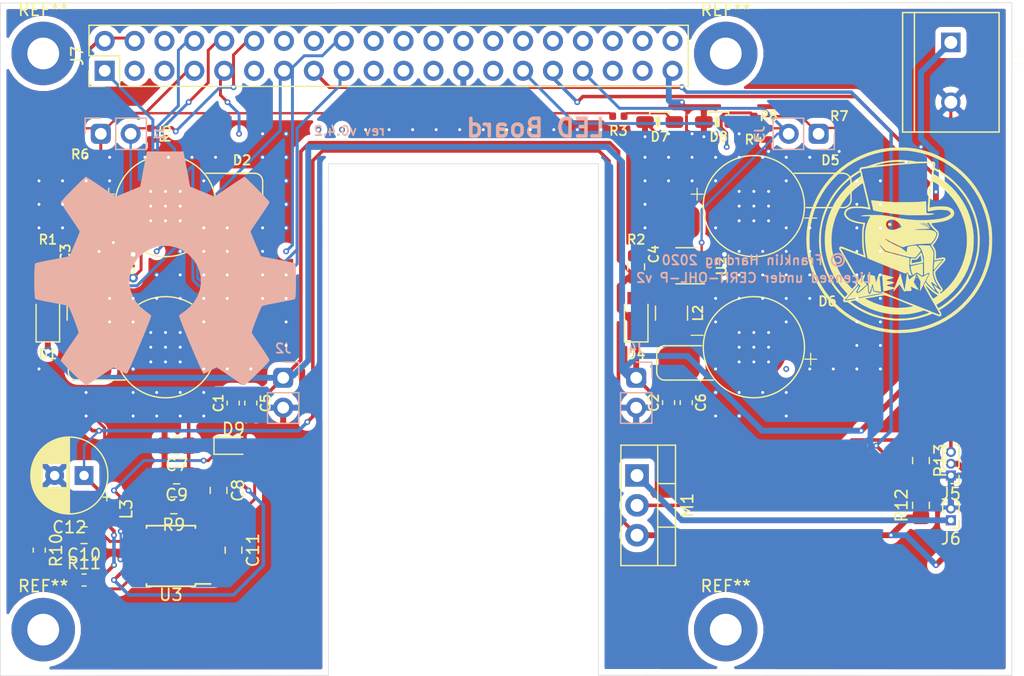
<source format=kicad_pcb>
(kicad_pcb (version 20171130) (host pcbnew "(5.1.8)-1")
  (title_block (title Gloworm) (date 2020-07-04) (rev v0.4.0) (comment 1 "Copyright Franklin Harding 2020") (comment 2 "Licensed under CERN-OHL-P v2"))
  (layers (0 F.Cu signal) (31 B.Cu signal) (34 B.Paste user) (35 F.Paste user) (36 B.SilkS user) (37 F.SilkS user) (38 B.Mask user) (39 F.Mask user) (44 Edge.Cuts user))
  (net 0 "")
  (net 1 "Net-(D1-Pad2)")
  (net 2 "Net-(D2-Pad2)")
  (net 3 "Net-(D2-Pad1)")
  (net 4 "Net-(D3-Pad1)")
  (net 5 "Net-(D4-Pad2)")
  (net 6 "Net-(D5-Pad2)")
  (net 7 "Net-(D5-Pad1)")
  (net 8 "Net-(D6-Pad1)")
  (net 9 /CTRL_L)
  (net 10 /USR_LED_A)
  (net 11 /USR_LED_B)
  (net 12 /CTRL_R)
  (net 13 "Net-(D7-Pad2)")
  (net 14 "Net-(D8-Pad2)")
  (net 15 "Net-(C10-Pad1)")
  (net 16 "Net-(C11-Pad2)")
  (net 17 "Net-(C11-Pad1)")
  (net 18 +5V)
  (net 19 /PWM_LED)
  (net 20 "Net-(J6-Pad1)")
  (net 21 "Net-(R9-Pad1)")
  (net 22 "Net-(R10-Pad2)")
  (net 23 /FAN_PIN)
  (net 24 GND)
  (net 25 "Net-(M1-Pad2)")
  (net 26 +12V)
  (net 27 "Net-(J7-Pad28)")
  (net 28 "Net-(J7-Pad27)")
  (module MountingHole:MountingHole_2.7mm_Pad (layer F.Cu) (at 34.61 84.42)
    (fp_text reference REF** (at 0 -3.7) (layer F.SilkS))
    (fp_text value MountingHole_2.7mm_Pad)
    (pad 1 thru_hole circle (at 0 0) (size 5.4 5.4) (drill 2.7) (layers *.Cu *.Mask))
  )
  (module MountingHole:MountingHole_2.7mm_Pad (layer F.Cu) (at 92.61 84.42)
    (fp_text reference REF** (at 0 -3.7) (layer F.SilkS))
    (fp_text value MountingHole_2.7mm_Pad)
    (pad 1 thru_hole circle (at 0 0) (size 5.4 5.4) (drill 2.7) (layers *.Cu *.Mask))
  )
  (module MountingHole:MountingHole_2.7mm_Pad (layer F.Cu) (at 92.61 35.42)
    (fp_text reference REF** (at 0 -3.7) (layer F.SilkS))
    (fp_text value MountingHole_2.7mm_Pad)
    (pad 1 thru_hole circle (at 0 0) (size 5.4 5.4) (drill 2.7) (layers *.Cu *.Mask))
  )
  (module MountingHole:MountingHole_2.7mm_Pad (layer F.Cu) (at 34.61 35.42)
    (fp_text reference REF** (at 0 -3.7) (layer F.SilkS))
    (fp_text value MountingHole_2.7mm_Pad)
    (pad 1 thru_hole circle (at 0 0) (size 5.4 5.4) (drill 2.7) (layers *.Cu *.Mask))
  )
  (module "KiCad raspberry pi:LOGO" (layer F.Cu) (at 107.36 51.3)
    (fp_text reference G*** hide)
    (fp_text value LOGO hide)
  )
  (module Connector_PinHeader_2.54mm:PinHeader_2x20_P2.54mm_Vertical (layer F.Cu) (at 39.83 36.89 90)
    (fp_text reference J7 (at 1.27 -2.33 90) (layer F.SilkS))
    (fp_text value Conn_02x20_Odd_Even)
    (pad 40 thru_hole oval (at 2.54 48.26 90) (size 1.7 1.7) (drill 1) (layers *.Cu *.Mask))
    (pad 39 thru_hole oval (at 0 48.26 90) (size 1.7 1.7) (drill 1) (layers *.Cu *.Mask))
    (pad 38 thru_hole oval (at 2.54 45.72 90) (size 1.7 1.7) (drill 1) (layers *.Cu *.Mask))
    (pad 37 thru_hole oval (at 0 45.72 90) (size 1.7 1.7) (drill 1) (layers *.Cu *.Mask))
    (pad 36 thru_hole oval (at 2.54 43.18 90) (size 1.7 1.7) (drill 1) (layers *.Cu *.Mask))
    (pad 35 thru_hole oval (at 0 43.18 90) (size 1.7 1.7) (drill 1) (layers *.Cu *.Mask))
    (pad 34 thru_hole oval (at 2.54 40.64 90) (size 1.7 1.7) (drill 1) (layers *.Cu *.Mask))
    (pad 33 thru_hole oval (at 0 40.64 90) (size 1.7 1.7) (drill 1) (layers *.Cu *.Mask) (net 12 /CTRL_R))
    (pad 32 thru_hole oval (at 2.54 38.1 90) (size 1.7 1.7) (drill 1) (layers *.Cu *.Mask))
    (pad 31 thru_hole oval (at 0 38.1 90) (size 1.7 1.7) (drill 1) (layers *.Cu *.Mask) (net 19 /PWM_LED))
    (pad 30 thru_hole oval (at 2.54 35.56 90) (size 1.7 1.7) (drill 1) (layers *.Cu *.Mask))
    (pad 29 thru_hole oval (at 0 35.56 90) (size 1.7 1.7) (drill 1) (layers *.Cu *.Mask) (net 11 /USR_LED_B))
    (pad 28 thru_hole oval (at 2.54 33.02 90) (size 1.7 1.7) (drill 1) (layers *.Cu *.Mask))
    (pad 27 thru_hole oval (at 0 33.02 90) (size 1.7 1.7) (drill 1) (layers *.Cu *.Mask))
    (pad 26 thru_hole oval (at 2.54 30.48 90) (size 1.7 1.7) (drill 1) (layers *.Cu *.Mask))
    (pad 25 thru_hole oval (at 0 30.48 90) (size 1.7 1.7) (drill 1) (layers *.Cu *.Mask) (net 24 GND))
    (pad 24 thru_hole oval (at 2.54 27.94 90) (size 1.7 1.7) (drill 1) (layers *.Cu *.Mask))
    (pad 23 thru_hole oval (at 0 27.94 90) (size 1.7 1.7) (drill 1) (layers *.Cu *.Mask))
    (pad 22 thru_hole oval (at 2.54 25.4 90) (size 1.7 1.7) (drill 1) (layers *.Cu *.Mask))
    (pad 21 thru_hole oval (at 0 25.4 90) (size 1.7 1.7) (drill 1) (layers *.Cu *.Mask))
    (pad 20 thru_hole oval (at 2.54 22.86 90) (size 1.7 1.7) (drill 1) (layers *.Cu *.Mask))
    (pad 19 thru_hole oval (at 0 22.86 90) (size 1.7 1.7) (drill 1) (layers *.Cu *.Mask))
    (pad 18 thru_hole oval (at 2.54 20.32 90) (size 1.7 1.7) (drill 1) (layers *.Cu *.Mask))
    (pad 17 thru_hole oval (at 0 20.32 90) (size 1.7 1.7) (drill 1) (layers *.Cu *.Mask))
    (pad 16 thru_hole oval (at 2.54 17.78 90) (size 1.7 1.7) (drill 1) (layers *.Cu *.Mask))
    (pad 15 thru_hole oval (at 0 17.78 90) (size 1.7 1.7) (drill 1) (layers *.Cu *.Mask) (net 23 /FAN_PIN))
    (pad 14 thru_hole oval (at 2.54 15.24 90) (size 1.7 1.7) (drill 1) (layers *.Cu *.Mask))
    (pad 13 thru_hole oval (at 0 15.24 90) (size 1.7 1.7) (drill 1) (layers *.Cu *.Mask))
    (pad 12 thru_hole oval (at 2.54 12.7 90) (size 1.7 1.7) (drill 1) (layers *.Cu *.Mask) (net 9 /CTRL_L))
    (pad 11 thru_hole oval (at 0 12.7 90) (size 1.7 1.7) (drill 1) (layers *.Cu *.Mask))
    (pad 10 thru_hole oval (at 2.54 10.16 90) (size 1.7 1.7) (drill 1) (layers *.Cu *.Mask))
    (pad 9 thru_hole oval (at 0 10.16 90) (size 1.7 1.7) (drill 1) (layers *.Cu *.Mask))
    (pad 8 thru_hole oval (at 2.54 7.62 90) (size 1.7 1.7) (drill 1) (layers *.Cu *.Mask))
    (pad 7 thru_hole oval (at 0 7.62 90) (size 1.7 1.7) (drill 1) (layers *.Cu *.Mask) (net 10 /USR_LED_A))
    (pad 6 thru_hole oval (at 2.54 5.08 90) (size 1.7 1.7) (drill 1) (layers *.Cu *.Mask))
    (pad 5 thru_hole oval (at 0 5.08 90) (size 1.7 1.7) (drill 1) (layers *.Cu *.Mask))
    (pad 4 thru_hole oval (at 2.54 2.54 90) (size 1.7 1.7) (drill 1) (layers *.Cu *.Mask) (net 18 +5V))
    (pad 3 thru_hole oval (at 0 2.54 90) (size 1.7 1.7) (drill 1) (layers *.Cu *.Mask))
    (pad 2 thru_hole oval (at 2.54 0 90) (size 1.7 1.7) (drill 1) (layers *.Cu *.Mask) (net 18 +5V))
    (pad 1 thru_hole rect (at 0 0 90) (size 1.7 1.7) (drill 1) (layers *.Cu *.Mask))
  )
  (module Connector:TE_282837-2 (layer F.Cu) (at 111.74 37.02 270)
    (fp_text reference J8 (at -1.127255 -5.614945 90) (layer F.SilkS) (effects (font (size 1.002039 1.002039) (thickness 0.015))))
    (fp_text value Conn_01x02_Shielded)
    (pad 2 thru_hole circle (at 2.54 0 270) (size 1.65 1.65) (drill 1.1) (layers *.Cu *.Mask) (net 24 GND))
    (pad 1 thru_hole rect (at -2.54 0 270) (size 1.65 1.65) (drill 1.1) (layers *.Cu *.Mask) (net 26 +12V))
  )
  (module Resistor_SMD:R_0805_2012Metric_Pad1.15x1.40mm_HandSolder (layer F.Cu) (at 109.2 70.04 270)
    (fp_text reference R13 (at 0 -1.65 90) (layer F.SilkS))
    (fp_text value 150)
    (pad 2 smd roundrect (at 1.025 0 270) (size 1.15 1.4) (layers F.Cu F.Paste F.Mask) (roundrect_rratio 0.2173904347826087) (net 23 /FAN_PIN))
    (pad 1 smd roundrect (at -1.025 0 270) (size 1.15 1.4) (layers F.Cu F.Paste F.Mask) (roundrect_rratio 0.2173904347826087) (net 25 "Net-(M1-Pad2)"))
  )
  (module Resistor_SMD:R_0805_2012Metric_Pad1.15x1.40mm_HandSolder (layer F.Cu) (at 109.2 73.85 90)
    (fp_text reference R12 (at 0 -1.65 90) (layer F.SilkS))
    (fp_text value 10k)
    (pad 2 smd roundrect (at 1.025 0 90) (size 1.15 1.4) (layers F.Cu F.Paste F.Mask) (roundrect_rratio 0.2173904347826087) (net 23 /FAN_PIN))
    (pad 1 smd roundrect (at -1.025 0 90) (size 1.15 1.4) (layers F.Cu F.Paste F.Mask) (roundrect_rratio 0.2173904347826087) (net 18 +5V))
  )
  (module Package_TO_SOT_THT:TO-220-3_Vertical (layer F.Cu) (at 85.07 71.31 270)
    (fp_text reference M1 (at 2.54 -4.27 90) (layer F.SilkS))
    (fp_text value MPMOS)
    (pad 3 thru_hole oval (at 5.08 0 270) (size 1.905 2) (drill 1.1) (layers *.Cu *.Mask) (net 18 +5V))
    (pad 2 thru_hole oval (at 2.54 0 270) (size 1.905 2) (drill 1.1) (layers *.Cu *.Mask) (net 25 "Net-(M1-Pad2)"))
    (pad 1 thru_hole rect (at 0 0 270) (size 1.905 2) (drill 1.1) (layers *.Cu *.Mask) (net 20 "Net-(J6-Pad1)"))
  )
  (module Connector_PinHeader_1.00mm:PinHeader_1x02_P1.00mm_Vertical (layer F.Cu) (at 111.74 75.12 180)
    (fp_text reference J6 (at 0 -1.56) (layer F.SilkS))
    (fp_text value Conn_01x02_Male)
    (pad 2 thru_hole oval (at 0 1 180) (size 0.85 0.85) (drill 0.5) (layers *.Cu *.Mask) (net 24 GND))
    (pad 1 thru_hole rect (at 0 0 180) (size 0.85 0.85) (drill 0.5) (layers *.Cu *.Mask) (net 20 "Net-(J6-Pad1)"))
  )
  (module Package_SO:TI_SO-PowerPAD-8 (layer F.Cu) (at 45.46 78.155 180)
    (fp_text reference U3 (at 0 -3.3) (layer F.SilkS))
    (fp_text value LM22676MR-5)
    (pad 9 smd rect (at -0.6025 -0.775 180) (size 1.205 1.55) (layers F.Cu F.Paste F.Mask) (net 21 "Net-(R9-Pad1)"))
    (pad 9 smd rect (at -0.6025 0.775 180) (size 1.205 1.55) (layers F.Cu F.Paste F.Mask) (net 21 "Net-(R9-Pad1)"))
    (pad 9 smd rect (at 0.6025 -0.775 180) (size 1.205 1.55) (layers F.Cu F.Paste F.Mask) (net 21 "Net-(R9-Pad1)"))
    (pad 9 smd rect (at 0.6025 0.775 180) (size 1.205 1.55) (layers F.Cu F.Paste F.Mask) (net 21 "Net-(R9-Pad1)"))
    (pad 8 smd rect (at 2.78 -1.905 180) (size 1.91 0.61) (layers F.Cu F.Paste F.Mask) (net 22 "Net-(R10-Pad2)"))
    (pad 7 smd rect (at 2.78 -0.635 180) (size 1.91 0.61) (layers F.Cu F.Paste F.Mask) (net 26 +12V))
    (pad 6 smd rect (at 2.78 0.635 180) (size 1.91 0.61) (layers F.Cu F.Paste F.Mask) (net 24 GND))
    (pad 5 smd rect (at 2.78 1.905 180) (size 1.91 0.61) (layers F.Cu F.Paste F.Mask) (net 15 "Net-(C10-Pad1)"))
    (pad 4 smd rect (at -2.78 1.905 180) (size 1.91 0.61) (layers F.Cu F.Paste F.Mask) (net 17 "Net-(C11-Pad1)"))
    (pad 3 smd rect (at -2.78 0.635 180) (size 1.91 0.61) (layers F.Cu F.Paste F.Mask))
    (pad 2 smd rect (at -2.78 -0.635 180) (size 1.91 0.61) (layers F.Cu F.Paste F.Mask))
    (pad 1 smd rect (at -2.78 -1.905 180) (size 1.91 0.61) (layers F.Cu F.Paste F.Mask) (net 16 "Net-(C11-Pad2)"))
  )
  (module Resistor_SMD:R_0603_1608Metric_Pad1.05x0.95mm_HandSolder (layer F.Cu) (at 38.08 80.2)
    (fp_text reference R11 (at 0 -1.43) (layer F.SilkS))
    (fp_text value 1.54k)
    (pad 2 smd roundrect (at 0.875 0) (size 1.05 0.95) (layers F.Cu F.Paste F.Mask) (net 18 +5V))
    (pad 1 smd roundrect (at -0.875 0) (size 1.05 0.95) (layers F.Cu F.Paste F.Mask) (net 22 "Net-(R10-Pad2)"))
  )
  (module Resistor_SMD:R_0603_1608Metric_Pad1.05x0.95mm_HandSolder (layer F.Cu) (at 34.27 77.66 270)
    (fp_text reference R10 (at 0 -1.43 90) (layer F.SilkS))
    (fp_text value 1k)
    (pad 2 smd roundrect (at 0.875 0 270) (size 1.05 0.95) (layers F.Cu F.Paste F.Mask) (net 22 "Net-(R10-Pad2)"))
    (pad 1 smd roundrect (at -0.875 0 270) (size 1.05 0.95) (layers F.Cu F.Paste F.Mask) (net 24 GND))
  )
  (module Resistor_SMD:R_0805_2012Metric_Pad1.15x1.40mm_HandSolder (layer F.Cu) (at 45.7 73.85 180)
    (fp_text reference R9 (at 0 -1.65) (layer F.SilkS))
    (fp_text value 7k)
    (pad 2 smd roundrect (at 1.025 0 180) (size 1.15 1.4) (layers F.Cu F.Paste F.Mask) (roundrect_rratio 0.217) (net 24 GND))
    (pad 1 smd roundrect (at -1.025 0 180) (size 1.15 1.4) (layers F.Cu F.Paste F.Mask) (roundrect_rratio 0.2173904347826087) (net 21 "Net-(R9-Pad1)"))
  )
  (module Capacitor_SMD:C_0201_0603Metric (layer F.Cu) (at 40.62 74.17 270)
    (fp_text reference L3 (at 0 -1.05 90) (layer F.SilkS))
    (fp_text value "4.7 uH")
    (pad 2 smd roundrect (at 0.32 0 270) (size 0.46 0.4) (layers F.Cu F.Mask) (net 17 "Net-(C11-Pad1)"))
    (pad 1 smd roundrect (at -0.32 0 270) (size 0.46 0.4) (layers F.Cu F.Mask) (net 18 +5V))
  )
  (module Connector_PinHeader_1.00mm:PinHeader_1x03_P1.00mm_Vertical (layer F.Cu) (at 111.74 71.31 180)
    (fp_text reference J5 (at 0 -1.56) (layer F.SilkS))
    (fp_text value Conn_01x03_Male)
    (pad 3 thru_hole oval (at 0 2 180) (size 0.85 0.85) (drill 0.5) (layers *.Cu *.Mask) (net 19 /PWM_LED))
    (pad 2 thru_hole oval (at 0 1 180) (size 0.85 0.85) (drill 0.5) (layers *.Cu *.Mask) (net 18 +5V))
    (pad 1 thru_hole rect (at 0 0 180) (size 0.85 0.85) (drill 0.5) (layers *.Cu *.Mask) (net 24 GND))
  )
  (module Diode_SMD:D_0603_1608Metric_Pad1.05x0.95mm_HandSolder (layer F.Cu) (at 50.78 68.77)
    (fp_text reference D9 (at 0 -1.43) (layer F.SilkS))
    (fp_text value D)
    (pad 2 smd roundrect (at 0.875 0) (size 1.05 0.95) (layers F.Cu F.Paste F.Mask) (net 24 GND))
    (pad 1 smd roundrect (at -0.875 0) (size 1.05 0.95) (layers F.Cu F.Paste F.Mask) (net 17 "Net-(C11-Pad1)"))
  )
  (module Capacitor_THT:CP_Radial_D6.3mm_P2.50mm (layer F.Cu) (at 38.08 71.31 180)
    (fp_text reference C12 (at 1.25 -4.4) (layer F.SilkS))
    (fp_text value "180 uF")
    (pad 2 thru_hole circle (at 2.5 0 180) (size 1.6 1.6) (drill 0.8) (layers *.Cu *.Mask) (net 24 GND))
    (pad 1 thru_hole rect (at 0 0 180) (size 1.6 1.6) (drill 0.8) (layers *.Cu *.Mask) (net 18 +5V))
  )
  (module Capacitor_SMD:C_0805_2012Metric_Pad1.15x1.40mm_HandSolder (layer F.Cu) (at 50.78 77.66 270)
    (fp_text reference C11 (at 0 -1.65 90) (layer F.SilkS))
    (fp_text value "10 nF")
    (pad 2 smd roundrect (at 1.025 0 270) (size 1.15 1.4) (layers F.Cu F.Paste F.Mask) (roundrect_rratio 0.2173904347826087) (net 16 "Net-(C11-Pad2)"))
    (pad 1 smd roundrect (at -1.025 0 270) (size 1.15 1.4) (layers F.Cu F.Paste F.Mask) (roundrect_rratio 0.2173904347826087) (net 17 "Net-(C11-Pad1)"))
  )
  (module Capacitor_SMD:C_0805_2012Metric_Pad1.15x1.40mm_HandSolder (layer F.Cu) (at 38.08 76.39 180)
    (fp_text reference C10 (at 0 -1.65) (layer F.SilkS))
    (fp_text value "1 uF")
    (pad 2 smd roundrect (at 1.025 0 180) (size 1.15 1.4) (layers F.Cu F.Paste F.Mask) (roundrect_rratio 0.217) (net 24 GND))
    (pad 1 smd roundrect (at -1.025 0 180) (size 1.15 1.4) (layers F.Cu F.Paste F.Mask) (roundrect_rratio 0.2173904347826087) (net 15 "Net-(C10-Pad1)"))
  )
  (module Capacitor_SMD:C_0805_2012Metric_Pad1.15x1.40mm_HandSolder (layer F.Cu) (at 45.945 71.31 180)
    (fp_text reference C9 (at 0 -1.65) (layer F.SilkS))
    (fp_text value "6.8 uF")
    (pad 2 smd roundrect (at 1.025 0 180) (size 1.15 1.4) (layers F.Cu F.Paste F.Mask) (roundrect_rratio 0.217) (net 24 GND))
    (pad 1 smd roundrect (at -1.025 0 180) (size 1.15 1.4) (layers F.Cu F.Paste F.Mask) (roundrect_rratio 0.2173904347826087) (net 26 +12V))
  )
  (module Capacitor_SMD:C_0805_2012Metric_Pad1.15x1.40mm_HandSolder (layer F.Cu) (at 49.51 72.58 270)
    (fp_text reference C8 (at 0 -1.65 90) (layer F.SilkS))
    (fp_text value "6.8 uF")
    (pad 2 smd roundrect (at 1.025 0 270) (size 1.15 1.4) (layers F.Cu F.Paste F.Mask) (roundrect_rratio 0.217) (net 24 GND))
    (pad 1 smd roundrect (at -1.025 0 270) (size 1.15 1.4) (layers F.Cu F.Paste F.Mask) (roundrect_rratio 0.2173904347826087) (net 26 +12V))
  )
  (module Capacitor_SMD:C_0805_2012Metric_Pad1.15x1.40mm_HandSolder (layer F.Cu) (at 45.945 68.77 180)
    (fp_text reference C7 (at 0 -1.65) (layer F.SilkS))
    (fp_text value "22 uF")
    (pad 2 smd roundrect (at 1.025 0 180) (size 1.15 1.4) (layers F.Cu F.Paste F.Mask) (roundrect_rratio 0.217) (net 24 GND))
    (pad 1 smd roundrect (at -1.025 0 180) (size 1.15 1.4) (layers F.Cu F.Paste F.Mask) (roundrect_rratio 0.2173904347826087) (net 26 +12V))
  )
  (module ledboard:LTST-S220 (layer F.Cu) (at 87 41.25)
    (fp_text reference D7 (at 0 1.25) (layer F.SilkS) (effects (font (size 0.8 0.8))))
    (fp_text value GRN)
    (pad 2 smd roundrect (at 1.25 0) (size 1.5 1) (layers F.Cu F.Paste F.Mask) (net 13 "Net-(D7-Pad2)"))
    (pad 1 smd roundrect (at -1.25 0) (size 1.5 1) (layers F.Cu F.Paste F.Mask) (net 24 GND))
  )
  (module ledboard:LTST-S220 (layer F.Cu) (at 92 41.25)
    (fp_text reference D8 (at 0 1.25) (layer F.SilkS) (effects (font (size 0.8 0.8))))
    (fp_text value RED)
    (pad 2 smd roundrect (at 1.25 0) (size 1.5 1) (layers F.Cu F.Paste F.Mask) (net 14 "Net-(D8-Pad2)"))
    (pad 1 smd roundrect (at -1.25 0) (size 1.5 1) (layers F.Cu F.Paste F.Mask) (net 24 GND))
  )
  (module Fiducial:Fiducial_1mm_Mask2mm (layer F.Cu) (at 40.25 65.25)
    (fp_text reference FID2 hide)
    (fp_text value Fiducial_1mm_Mask2mm)
    (pad "" smd circle (at 0 0) (size 1 1) (layers F.Cu F.Mask) (clearance 0.5))
  )
  (module Fiducial:Fiducial_1mm_Mask2mm (layer F.Cu) (at 99.75 65.25)
    (fp_text reference FID3 hide)
    (fp_text value Fiducial_1mm_Mask2mm)
    (pad "" smd circle (at 0 0) (size 1 1) (layers F.Cu F.Mask) (clearance 0.5))
  )
  (module Fiducial:Fiducial_1mm_Mask2mm (layer F.Cu) (at 47.25 42.25)
    (fp_text reference FID1 hide)
    (fp_text value Fiducial_1mm_Mask2mm)
    (pad "" smd circle (at 0 0) (size 1 1) (layers F.Cu F.Mask) (clearance 0.5))
  )
  (module ledboard:LED_1W_3W_R8 (layer F.Cu) (at 45 48.4 180)
    (fp_text reference D2 (at -6.5 3.9) (layer F.SilkS) (effects (font (size 0.8 0.8))))
    (fp_text value GRN)
    (pad 2 smd roundrect (at 6.35 -1.35 180) (size 3.5 2.7) (layers F.Cu F.Paste F.Mask) (net 2 "Net-(D2-Pad2)"))
    (pad 1 smd roundrect (at -6.35 1.35 180) (size 3.5 2.7) (layers F.Cu F.Paste F.Mask) (net 3 "Net-(D2-Pad1)"))
    (pad 3 smd circle (at 0 0 180) (size 5.7 5.7) (layers F.Cu F.Paste F.Mask) (net 24 GND))
    (pad 3 thru_hole circle (at 1.25 -1.25 180) (size 0.65 0.65) (drill 0.25) (layers *.Cu) (net 24 GND))
    (pad 3 thru_hole circle (at 0 0 180) (size 0.65 0.65) (drill 0.25) (layers *.Cu) (net 24 GND))
    (pad 3 thru_hole circle (at 0 -1.25 180) (size 0.65 0.65) (drill 0.25) (layers *.Cu) (net 24 GND))
    (pad 3 thru_hole circle (at -1.25 0 180) (size 0.65 0.65) (drill 0.25) (layers *.Cu) (net 24 GND))
    (pad 3 thru_hole circle (at -1.25 -1.25 180) (size 0.65 0.65) (drill 0.25) (layers *.Cu) (net 24 GND))
    (pad 3 thru_hole circle (at -1.25 1.25 180) (size 0.65 0.65) (drill 0.25) (layers *.Cu) (net 24 GND))
    (pad 3 thru_hole circle (at 0 1.25 180) (size 0.65 0.65) (drill 0.25) (layers *.Cu) (net 24 GND))
    (pad 3 thru_hole circle (at 1.25 1.25 180) (size 0.65 0.65) (drill 0.25) (layers *.Cu) (net 24 GND))
    (pad 3 thru_hole circle (at 1.25 0 180) (size 0.65 0.65) (drill 0.25) (layers *.Cu) (net 24 GND))
  )
  (module ledboard:LED_1W_3W_R8 (layer F.Cu) (at 45 60.4)
    (fp_text reference D3 (at 6.25 -3.9) (layer F.SilkS) (effects (font (size 0.8 0.8))))
    (fp_text value GRN)
    (pad 2 smd roundrect (at 6.35 -1.35) (size 3.5 2.7) (layers F.Cu F.Paste F.Mask) (net 3 "Net-(D2-Pad1)"))
    (pad 1 smd roundrect (at -6.35 1.35) (size 3.5 2.7) (layers F.Cu F.Paste F.Mask) (net 4 "Net-(D3-Pad1)"))
    (pad 3 smd circle (at 0 0) (size 5.7 5.7) (layers F.Cu F.Paste F.Mask) (net 24 GND))
    (pad 3 thru_hole circle (at 1.25 -1.25) (size 0.65 0.65) (drill 0.25) (layers *.Cu) (net 24 GND))
    (pad 3 thru_hole circle (at 0 0) (size 0.65 0.65) (drill 0.25) (layers *.Cu) (net 24 GND))
    (pad 3 thru_hole circle (at 0 -1.25) (size 0.65 0.65) (drill 0.25) (layers *.Cu) (net 24 GND))
    (pad 3 thru_hole circle (at -1.25 0) (size 0.65 0.65) (drill 0.25) (layers *.Cu) (net 24 GND))
    (pad 3 thru_hole circle (at -1.25 -1.25) (size 0.65 0.65) (drill 0.25) (layers *.Cu) (net 24 GND))
    (pad 3 thru_hole circle (at -1.25 1.25) (size 0.65 0.65) (drill 0.25) (layers *.Cu) (net 24 GND))
    (pad 3 thru_hole circle (at 0 1.25) (size 0.65 0.65) (drill 0.25) (layers *.Cu) (net 24 GND))
    (pad 3 thru_hole circle (at 1.25 1.25) (size 0.65 0.65) (drill 0.25) (layers *.Cu) (net 24 GND))
    (pad 3 thru_hole circle (at 1.25 0) (size 0.65 0.65) (drill 0.25) (layers *.Cu) (net 24 GND))
  )
  (module ledboard:LED_1W_3W_R8 (layer F.Cu) (at 95 48.4 180)
    (fp_text reference D5 (at -6.5 3.9) (layer F.SilkS) (effects (font (size 0.8 0.8))))
    (fp_text value GRN)
    (pad 2 smd roundrect (at 6.35 -1.35 180) (size 3.5 2.7) (layers F.Cu F.Paste F.Mask) (net 6 "Net-(D5-Pad2)"))
    (pad 1 smd roundrect (at -6.35 1.35 180) (size 3.5 2.7) (layers F.Cu F.Paste F.Mask) (net 7 "Net-(D5-Pad1)"))
    (pad 3 smd circle (at 0 0 180) (size 5.7 5.7) (layers F.Cu F.Paste F.Mask) (net 24 GND))
    (pad 3 thru_hole circle (at 1.25 -1.25 180) (size 0.65 0.65) (drill 0.25) (layers *.Cu) (net 24 GND))
    (pad 3 thru_hole circle (at 0 0 180) (size 0.65 0.65) (drill 0.25) (layers *.Cu) (net 24 GND))
    (pad 3 thru_hole circle (at 0 -1.25 180) (size 0.65 0.65) (drill 0.25) (layers *.Cu) (net 24 GND))
    (pad 3 thru_hole circle (at -1.25 0 180) (size 0.65 0.65) (drill 0.25) (layers *.Cu) (net 24 GND))
    (pad 3 thru_hole circle (at -1.25 -1.25 180) (size 0.65 0.65) (drill 0.25) (layers *.Cu) (net 24 GND))
    (pad 3 thru_hole circle (at -1.25 1.25 180) (size 0.65 0.65) (drill 0.25) (layers *.Cu) (net 24 GND))
    (pad 3 thru_hole circle (at 0 1.25 180) (size 0.65 0.65) (drill 0.25) (layers *.Cu) (net 24 GND))
    (pad 3 thru_hole circle (at 1.25 1.25 180) (size 0.65 0.65) (drill 0.25) (layers *.Cu) (net 24 GND))
    (pad 3 thru_hole circle (at 1.25 0 180) (size 0.65 0.65) (drill 0.25) (layers *.Cu) (net 24 GND))
  )
  (module ledboard:LED_1W_3W_R8 (layer F.Cu) (at 95 60.4)
    (fp_text reference D6 (at 6.25 -3.9) (layer F.SilkS) (effects (font (size 0.8 0.8))))
    (fp_text value GRN)
    (pad 2 smd roundrect (at 6.35 -1.35) (size 3.5 2.7) (layers F.Cu F.Paste F.Mask) (net 7 "Net-(D5-Pad1)"))
    (pad 1 smd roundrect (at -6.35 1.35) (size 3.5 2.7) (layers F.Cu F.Paste F.Mask) (net 8 "Net-(D6-Pad1)"))
    (pad 3 smd circle (at 0 0) (size 5.7 5.7) (layers F.Cu F.Paste F.Mask) (net 24 GND))
    (pad 3 thru_hole circle (at 1.25 -1.25) (size 0.65 0.65) (drill 0.25) (layers *.Cu) (net 24 GND))
    (pad 3 thru_hole circle (at 0 0) (size 0.65 0.65) (drill 0.25) (layers *.Cu) (net 24 GND))
    (pad 3 thru_hole circle (at 0 -1.25) (size 0.65 0.65) (drill 0.25) (layers *.Cu) (net 24 GND))
    (pad 3 thru_hole circle (at -1.25 0) (size 0.65 0.65) (drill 0.25) (layers *.Cu) (net 24 GND))
    (pad 3 thru_hole circle (at -1.25 -1.25) (size 0.65 0.65) (drill 0.25) (layers *.Cu) (net 24 GND))
    (pad 3 thru_hole circle (at -1.25 1.25) (size 0.65 0.65) (drill 0.25) (layers *.Cu) (net 24 GND))
    (pad 3 thru_hole circle (at 0 1.25) (size 0.65 0.65) (drill 0.25) (layers *.Cu) (net 24 GND))
    (pad 3 thru_hole circle (at 1.25 1.25) (size 0.65 0.65) (drill 0.25) (layers *.Cu) (net 24 GND))
    (pad 3 thru_hole circle (at 1.25 0) (size 0.65 0.65) (drill 0.25) (layers *.Cu) (net 24 GND))
  )
  (module Resistor_SMD:R_0402_1005Metric (layer F.Cu) (at 37.75 42.265 270)
    (fp_text reference R6 (at 1.735 0) (layer F.SilkS) (effects (font (size 0.8 0.8))))
    (fp_text value 47k)
    (pad 1 smd roundrect (at -0.485 0 270) (size 0.59 0.64) (layers F.Cu F.Paste F.Mask) (net 10 /USR_LED_A))
    (pad 2 smd roundrect (at 0.485 0 270) (size 0.59 0.64) (layers F.Cu F.Paste F.Mask) (net 24 GND))
  )
  (module Resistor_SMD:R_0402_1005Metric (layer F.Cu) (at 43.75 42.265 270)
    (fp_text reference R5 (at -0.015 -1.25 90) (layer F.SilkS) (effects (font (size 0.8 0.8))))
    (fp_text value 47k)
    (pad 2 smd roundrect (at 0.485 0 270) (size 0.59 0.64) (layers F.Cu F.Paste F.Mask) (net 24 GND))
    (pad 1 smd roundrect (at -0.485 0 270) (size 0.59 0.64) (layers F.Cu F.Paste F.Mask) (net 9 /CTRL_L))
  )
  (module Symbol:OSHW-Symbol_22.3x20mm_SilkScreen (layer B.Cu) (at 45 53.75 180)
    (fp_text reference REF** hide)
    (fp_text value OSHW-Symbol_22.3x20mm_SilkScreen hide)
  )
  (module Capacitor_SMD:C_0603_1608Metric (layer F.Cu) (at 50.75 65.15 270)
    (fp_text reference C1 (at 0 1.25 270) (layer F.SilkS) (effects (font (size 0.8 0.8))))
    (fp_text value 10u)
    (pad 1 smd roundrect (at -0.7875 0 270) (size 0.875 0.95) (layers F.Cu F.Paste F.Mask) (net 26 +12V))
    (pad 2 smd roundrect (at 0.7875 0 270) (size 0.875 0.95) (layers F.Cu F.Paste F.Mask) (net 24 GND))
  )
  (module Capacitor_SMD:C_0603_1608Metric (layer F.Cu) (at 87.75 65.1125 270)
    (fp_text reference C2 (at 0 1.25 270) (layer F.SilkS) (effects (font (size 0.8 0.8))))
    (fp_text value 10u)
    (pad 2 smd roundrect (at 0.7875 0 270) (size 0.875 0.95) (layers F.Cu F.Paste F.Mask) (net 24 GND))
    (pad 1 smd roundrect (at -0.7875 0 270) (size 0.875 0.95) (layers F.Cu F.Paste F.Mask) (net 26 +12V))
  )
  (module Inductor_SMD:L_1210_3225Metric (layer F.Cu) (at 38 57.5 90)
    (fp_text reference L1 (at 0 2.25 270) (layer F.SilkS) (effects (font (size 0.8 0.8))))
    (fp_text value 33u)
    (pad 1 smd roundrect (at -1.4 0 90) (size 1.25 2.65) (layers F.Cu F.Paste F.Mask) (roundrect_rratio 0.2) (net 4 "Net-(D3-Pad1)"))
    (pad 2 smd roundrect (at 1.4 0 90) (size 1.25 2.65) (layers F.Cu F.Paste F.Mask) (roundrect_rratio 0.2) (net 1 "Net-(D1-Pad2)"))
  )
  (module Inductor_SMD:L_1210_3225Metric (layer F.Cu) (at 88 57.5 90)
    (fp_text reference L2 (at 0 2.25 90) (layer F.SilkS) (effects (font (size 0.8 0.8))))
    (fp_text value 33u)
    (pad 2 smd roundrect (at 1.4 0 90) (size 1.25 2.65) (layers F.Cu F.Paste F.Mask) (roundrect_rratio 0.2) (net 5 "Net-(D4-Pad2)"))
    (pad 1 smd roundrect (at -1.4 0 90) (size 1.25 2.65) (layers F.Cu F.Paste F.Mask) (roundrect_rratio 0.2) (net 8 "Net-(D6-Pad1)"))
  )
  (module Resistor_SMD:R_0402_1005Metric (layer F.Cu) (at 102.25 42.235 270)
    (fp_text reference R7 (at -1.485 0 180) (layer F.SilkS) (effects (font (size 0.8 0.8))))
    (fp_text value 47k)
    (pad 1 smd roundrect (at -0.485 0 270) (size 0.59 0.64) (layers F.Cu F.Paste F.Mask) (net 11 /USR_LED_B))
    (pad 2 smd roundrect (at 0.485 0 270) (size 0.59 0.64) (layers F.Cu F.Paste F.Mask) (net 24 GND))
  )
  (module Resistor_SMD:R_0402_1005Metric (layer F.Cu) (at 96.25 42.265 270)
    (fp_text reference R8 (at -1.515 0 180) (layer F.SilkS) (effects (font (size 0.8 0.8))))
    (fp_text value 47k)
    (pad 1 smd roundrect (at -0.485 0 270) (size 0.59 0.64) (layers F.Cu F.Paste F.Mask) (net 12 /CTRL_R))
    (pad 2 smd roundrect (at 0.485 0 270) (size 0.59 0.64) (layers F.Cu F.Paste F.Mask) (net 24 GND))
  )
  (module Resistor_SMD:R_0402_1005Metric (layer F.Cu) (at 83.485 40.75)
    (fp_text reference R3 (at 0 1.25) (layer F.SilkS) (effects (font (size 0.8 0.8))))
    (fp_text value 180)
    (pad 2 smd roundrect (at 0.485 0) (size 0.59 0.64) (layers F.Cu F.Paste F.Mask) (net 13 "Net-(D7-Pad2)"))
    (pad 1 smd roundrect (at -0.485 0) (size 0.59 0.64) (layers F.Cu F.Paste F.Mask) (net 10 /USR_LED_A))
  )
  (module Resistor_SMD:R_0402_1005Metric (layer F.Cu) (at 95 41.235 270)
    (fp_text reference R4 (at 1.515 0 180) (layer F.SilkS) (effects (font (size 0.8 0.8))))
    (fp_text value 180)
    (pad 1 smd roundrect (at -0.485 0 270) (size 0.59 0.64) (layers F.Cu F.Paste F.Mask) (net 11 /USR_LED_B))
    (pad 2 smd roundrect (at 0.485 0 270) (size 0.59 0.64) (layers F.Cu F.Paste F.Mask) (net 14 "Net-(D8-Pad2)"))
  )
  (module ledboard:TSOT-23-5_RoundRect (layer F.Cu) (at 39.25 53.5 180)
    (fp_text reference U1 (at -2.75 0 90) (layer F.SilkS) (effects (font (size 0.8 0.8))))
    (fp_text value AL8860)
    (pad 5 smd roundrect (at 1.31 -0.95 180) (size 1.22 0.65) (layers F.Cu F.Paste F.Mask) (net 26 +12V))
    (pad 4 smd roundrect (at 1.31 0.95 180) (size 1.22 0.65) (layers F.Cu F.Paste F.Mask) (net 2 "Net-(D2-Pad2)"))
    (pad 3 smd roundrect (at -1.31 0.95 180) (size 1.22 0.65) (layers F.Cu F.Paste F.Mask) (net 9 /CTRL_L))
    (pad 2 smd roundrect (at -1.31 0 180) (size 1.22 0.65) (layers F.Cu F.Paste F.Mask) (net 24 GND))
    (pad 1 smd roundrect (at -1.31 -0.95 180) (size 1.22 0.65) (layers F.Cu F.Paste F.Mask) (net 1 "Net-(D1-Pad2)"))
  )
  (module ledboard:TSOT-23-5_RoundRect (layer F.Cu) (at 89.25 53.5 180)
    (fp_text reference U2 (at -3 0 90) (layer F.SilkS) (effects (font (size 0.8 0.8))))
    (fp_text value AL8860)
    (pad 5 smd roundrect (at 1.31 -0.95 180) (size 1.22 0.65) (layers F.Cu F.Paste F.Mask) (net 26 +12V))
    (pad 4 smd roundrect (at 1.31 0.95 180) (size 1.22 0.65) (layers F.Cu F.Paste F.Mask) (net 6 "Net-(D5-Pad2)"))
    (pad 3 smd roundrect (at -1.31 0.95 180) (size 1.22 0.65) (layers F.Cu F.Paste F.Mask) (net 12 /CTRL_R))
    (pad 2 smd roundrect (at -1.31 0 180) (size 1.22 0.65) (layers F.Cu F.Paste F.Mask) (net 24 GND))
    (pad 1 smd roundrect (at -1.31 -0.95 180) (size 1.22 0.65) (layers F.Cu F.Paste F.Mask) (net 5 "Net-(D4-Pad2)"))
  )
  (module Capacitor_SMD:C_0402_1005Metric (layer F.Cu) (at 36.5 54.25 90)
    (fp_text reference C3 (at 1 0 90) (layer F.SilkS) (effects (font (size 0.8 0.8)) (justify left)))
    (fp_text value 100n)
    (pad 2 smd roundrect (at 0.485 0 90) (size 0.59 0.64) (layers F.Cu F.Paste F.Mask) (net 24 GND))
    (pad 1 smd roundrect (at -0.485 0 90) (size 0.59 0.64) (layers F.Cu F.Paste F.Mask) (net 26 +12V))
  )
  (module Capacitor_SMD:C_0402_1005Metric (layer F.Cu) (at 86.5 54.235 90)
    (fp_text reference C4 (at 1.75 0 90) (layer F.SilkS) (effects (font (size 0.8 0.8))))
    (fp_text value 100n)
    (pad 1 smd roundrect (at -0.485 0 90) (size 0.59 0.64) (layers F.Cu F.Paste F.Mask) (net 26 +12V))
    (pad 2 smd roundrect (at 0.485 0 90) (size 0.59 0.64) (layers F.Cu F.Paste F.Mask) (net 24 GND))
  )
  (module Diode_SMD:D_PowerDI-123 (layer F.Cu) (at 35 57.75 90)
    (fp_text reference D1 (at -3.25 0) (layer F.SilkS) (effects (font (size 0.8 0.8))))
    (fp_text value SBR3U30P1-7)
    (pad 1 smd rect (at -0.85 0 270) (size 2.4 1.5) (layers F.Cu F.Paste F.Mask) (net 26 +12V))
    (pad 2 smd rect (at 1.525 0 270) (size 1.05 1.5) (layers F.Cu F.Paste F.Mask) (net 1 "Net-(D1-Pad2)"))
  )
  (module Diode_SMD:D_PowerDI-123 (layer F.Cu) (at 85 57.75 90)
    (fp_text reference D4 (at -3.25 0 180) (layer F.SilkS) (effects (font (size 0.8 0.8))))
    (fp_text value SBR3U30P1-7)
    (pad 2 smd rect (at 1.525 0 270) (size 1.05 1.5) (layers F.Cu F.Paste F.Mask) (net 5 "Net-(D4-Pad2)"))
    (pad 1 smd rect (at -0.85 0 270) (size 2.4 1.5) (layers F.Cu F.Paste F.Mask) (net 26 +12V))
  )
  (module ledboard:PinHeader_1x02_P2.54mm_Vertical_RoundRect (layer B.Cu) (at 39.5 42.25 270)
    (fp_text reference J1 (at 0 -5 90) (layer B.SilkS) (effects (font (size 0.8 0.8)) (justify mirror)))
    (fp_text value LEFT)
    (pad 1 thru_hole roundrect (at 0 0 270) (size 1.7 1.7) (drill 1) (layers *.Cu *.Mask) (net 10 /USR_LED_A))
    (pad 2 thru_hole oval (at 0 -2.54 270) (size 1.7 1.7) (drill 1) (layers *.Cu *.Mask) (net 9 /CTRL_L))
  )
  (module ledboard:PinHeader_1x02_P2.54mm_Vertical_RoundRect (layer B.Cu) (at 55 63 180)
    (fp_text reference J2 (at 0 2.5) (layer B.SilkS) (effects (font (size 0.8 0.8)) (justify mirror)))
    (fp_text value PWR_L)
    (pad 1 thru_hole roundrect (at 0 0 180) (size 1.7 1.7) (drill 1) (layers *.Cu *.Mask) (net 26 +12V))
    (pad 2 thru_hole oval (at 0 -2.54 180) (size 1.7 1.7) (drill 1) (layers *.Cu *.Mask) (net 24 GND))
  )
  (module ledboard:PinHeader_1x02_P2.54mm_Vertical_RoundRect (layer B.Cu) (at 100.5 42.25 90)
    (fp_text reference J3 (at 0 -5 90) (layer B.SilkS) (effects (font (size 0.8 0.8)) (justify mirror)))
    (fp_text value RIGHT)
    (pad 2 thru_hole oval (at 0 -2.54 90) (size 1.7 1.7) (drill 1) (layers *.Cu *.Mask) (net 12 /CTRL_R))
    (pad 1 thru_hole roundrect (at 0 0 90) (size 1.7 1.7) (drill 1) (layers *.Cu *.Mask) (net 11 /USR_LED_B))
  )
  (module ledboard:PinHeader_1x02_P2.54mm_Vertical_RoundRect (layer B.Cu) (at 85 63 180)
    (fp_text reference J4 (at 0 2.5) (layer B.SilkS) (effects (font (size 0.8 0.8)) (justify mirror)))
    (fp_text value PWR_R)
    (pad 2 thru_hole oval (at 0 -2.54 180) (size 1.7 1.7) (drill 1) (layers *.Cu *.Mask) (net 24 GND))
    (pad 1 thru_hole roundrect (at 0 0 180) (size 1.7 1.7) (drill 1) (layers *.Cu *.Mask) (net 26 +12V))
  )
  (module Resistor_SMD:R_0805_2012Metric (layer F.Cu) (at 35 53.5625 270)
    (fp_text reference R1 (at -2.3125 0 180) (layer F.SilkS) (effects (font (size 0.8 0.8))))
    (fp_text value "0.3, 1%")
    (pad 1 smd roundrect (at -0.9375 0 270) (size 0.975 1.4) (layers F.Cu F.Paste F.Mask) (net 2 "Net-(D2-Pad2)"))
    (pad 2 smd roundrect (at 0.9375 0 270) (size 0.975 1.4) (layers F.Cu F.Paste F.Mask) (net 26 +12V))
  )
  (module Resistor_SMD:R_0805_2012Metric (layer F.Cu) (at 85 53.5625 270)
    (fp_text reference R2 (at -2.3125 0 180) (layer F.SilkS) (effects (font (size 0.8 0.8))))
    (fp_text value "0.3, 1%")
    (pad 2 smd roundrect (at 0.9375 0 270) (size 0.975 1.4) (layers F.Cu F.Paste F.Mask) (net 26 +12V))
    (pad 1 smd roundrect (at -0.9375 0 270) (size 0.975 1.4) (layers F.Cu F.Paste F.Mask) (net 6 "Net-(D5-Pad2)"))
  )
  (module Capacitor_SMD:C_0603_1608Metric (layer F.Cu) (at 52.25 65.15 270)
    (fp_text reference C5 (at 0 -1.25 90) (layer F.SilkS) (effects (font (size 0.8 0.8))))
    (fp_text value 10u)
    (pad 2 smd roundrect (at 0.7875 0 270) (size 0.875 0.95) (layers F.Cu F.Paste F.Mask) (net 24 GND))
    (pad 1 smd roundrect (at -0.7875 0 270) (size 0.875 0.95) (layers F.Cu F.Paste F.Mask) (net 26 +12V))
  )
  (module Capacitor_SMD:C_0603_1608Metric (layer F.Cu) (at 89.25 65.1125 270)
    (fp_text reference C6 (at 0 -1.25 90) (layer F.SilkS) (effects (font (size 0.8 0.8))))
    (fp_text value 10u)
    (pad 2 smd roundrect (at 0.7875 0 270) (size 0.875 0.95) (layers F.Cu F.Paste F.Mask) (net 24 GND))
    (pad 1 smd roundrect (at -0.7875 0 270) (size 0.875 0.95) (layers F.Cu F.Paste F.Mask) (net 26 +12V))
  )
  (gr_line (start 116.92 88.31) (end 116.92 31.1) (layer Edge.Cuts) (width 0.05))
  (gr_line (start 81.78 88.29) (end 116.92 88.31) (layer Edge.Cuts) (width 0.05))
  (gr_line (start 81.79 44.8) (end 81.78 88.29) (layer Edge.Cuts) (width 0.05))
  (gr_line (start 58.86 44.8) (end 81.79 44.8) (layer Edge.Cuts) (width 0.05))
  (gr_line (start 58.85 88.31) (end 58.86 44.8) (layer Edge.Cuts) (width 0.05))
  (gr_line (start 30.96 88.34) (end 58.85 88.31) (layer Edge.Cuts) (width 0.05))
  (gr_line (start 30.96 31.13) (end 30.96 88.34) (layer Edge.Cuts) (width 0.05))
  (gr_line (start 116.92 31.1) (end 30.96 31.13) (layer Edge.Cuts) (width 0.05))
  (gr_text "rev v0.4.2" (at 57.5 42) (layer B.SilkS) (effects (font (size 0.8 0.8)) (justify right mirror)))
  (gr_text "LED Board" (at 82.5 41.75) (layer B.SilkS) (effects (font (size 1.5 1.5) (thickness 0.3)) (justify left mirror)))
  (gr_text "Licensed under CERN-OHL-P v2" (at 95 54.5) (layer B.SilkS) (effects (font (size 0.8 0.8)) (justify mirror)))
  (gr_text "© Franklin Harding 2020" (at 95 53) (layer B.SilkS) (effects (font (size 0.8 0.8)) (justify mirror)))
  (via (at 55.25 52.25) (size 0.5) (drill 0.25) (layers F.Cu B.Cu) (net 0))
  (segment (start 55.787001 51.712999) (end 55.25 52.25) (width 0.25) (layer B.Cu) (net 0))
  (segment (start 55.787001 36.618237) (end 55.787001 51.712999) (width 0.25) (layer B.Cu) (net 0))
  (segment (start 56.792239 35.612999) (end 55.787001 36.618237) (width 0.25) (layer B.Cu) (net 0))
  (segment (start 58.327001 35.612999) (end 56.792239 35.612999) (width 0.25) (layer B.Cu) (net 0))
  (segment (start 59.83 34.11) (end 58.327001 35.612999) (width 0.25) (layer B.Cu) (net 0))
  (via (at 50.25 54.25) (size 0.5) (drill 0.25) (layers F.Cu B.Cu) (net 0))
  (segment (start 54.75 36.65) (end 54.75 41.972998) (width 0.25) (layer B.Cu) (net 0))
  (segment (start 54.75 41.972998) (end 47.724999 48.997999) (width 0.25) (layer B.Cu) (net 0))
  (segment (start 47.724999 48.997999) (end 47.724999 54.502001) (width 0.25) (layer B.Cu) (net 0))
  (segment (start 47.724999 54.502001) (end 47.997999 54.775001) (width 0.25) (layer B.Cu) (net 0))
  (segment (start 47.997999 54.775001) (end 49.724999 54.775001) (width 0.25) (layer B.Cu) (net 0))
  (segment (start 49.724999 54.775001) (end 50.25 54.25) (width 0.25) (layer B.Cu) (net 0))
  (via (at 44.25 52.25) (size 0.5) (drill 0.25) (layers F.Cu B.Cu) (net 0))
  (via (at 46.97 39.56) (size 0.5) (drill 0.25) (layers F.Cu B.Cu) (net 0))
  (segment (start 48.632999 37.897001) (end 46.97 39.56) (width 0.25) (layer F.Cu) (net 0))
  (segment (start 49.67 34.11) (end 48.632999 35.147001) (width 0.25) (layer F.Cu) (net 0))
  (segment (start 48.632999 35.147001) (end 48.632999 37.897001) (width 0.25) (layer F.Cu) (net 0))
  (segment (start 45.649999 50.850001) (end 44.25 52.25) (width 0.25) (layer B.Cu) (net 0))
  (segment (start 45.649999 44.627003) (end 45.649999 50.850001) (width 0.25) (layer B.Cu) (net 0))
  (segment (start 45.775001 44.502001) (end 45.649999 44.627003) (width 0.25) (layer B.Cu) (net 0))
  (segment (start 45.775001 43.552003) (end 45.775001 44.502001) (width 0.25) (layer B.Cu) (net 0))
  (segment (start 44.724999 42.502001) (end 45.775001 43.552003) (width 0.25) (layer B.Cu) (net 0))
  (segment (start 44.724999 41.805001) (end 44.724999 42.502001) (width 0.25) (layer B.Cu) (net 0))
  (segment (start 46.97 39.56) (end 44.724999 41.805001) (width 0.25) (layer B.Cu) (net 0))
  (via (at 42.25 52.5) (size 0.8) (drill 0.4) (layers F.Cu B.Cu) (net 0))
  (segment (start 43.461999 47.750001) (end 43.149999 48.062001) (width 0.25) (layer B.Cu) (net 0))
  (segment (start 44.038001 47.750001) (end 43.461999 47.750001) (width 0.25) (layer B.Cu) (net 0))
  (segment (start 44.350001 47.438001) (end 44.038001 47.750001) (width 0.25) (layer B.Cu) (net 0))
  (segment (start 44.350001 46.861999) (end 44.350001 47.438001) (width 0.25) (layer B.Cu) (net 0))
  (segment (start 43.149999 51.600001) (end 42.25 52.5) (width 0.25) (layer B.Cu) (net 0))
  (segment (start 44.324989 46.836987) (end 44.350001 46.861999) (width 0.25) (layer B.Cu) (net 0))
  (segment (start 46.092999 39.871303) (end 44.324989 41.639312) (width 0.25) (layer B.Cu) (net 0))
  (segment (start 44.324989 41.639312) (end 44.324989 46.836987) (width 0.25) (layer B.Cu) (net 0))
  (segment (start 46.092999 35.147001) (end 46.092999 39.871303) (width 0.25) (layer B.Cu) (net 0))
  (segment (start 43.149999 48.062001) (end 43.149999 51.600001) (width 0.25) (layer B.Cu) (net 0))
  (segment (start 47.13 34.11) (end 46.092999 35.147001) (width 0.25) (layer B.Cu) (net 0))
  (via (at 55.25 54.25) (size 0.5) (drill 0.25) (layers F.Cu B.Cu) (net 0))
  (segment (start 55.25 54.25) (end 56.187011 53.312989) (width 0.25) (layer B.Cu) (net 0))
  (segment (start 56.187011 53.312989) (end 56.187011 41.772989) (width 0.25) (layer B.Cu) (net 0))
  (segment (start 59.83 38.13) (end 59.83 36.65) (width 0.25) (layer B.Cu) (net 0))
  (segment (start 56.187011 41.772989) (end 59.83 38.13) (width 0.25) (layer B.Cu) (net 0))
  (segment (start 56.187011 52.089991) (end 56.187011 41.772989) (width 0.25) (layer B.Cu) (net 0))
  (segment (start 47.83231 55.175011) (end 53.101991 55.175011) (width 0.25) (layer B.Cu) (net 0))
  (segment (start 47.324989 54.66769) (end 47.83231 55.175011) (width 0.25) (layer B.Cu) (net 0))
  (segment (start 46.850001 45.427001) (end 47.324989 44.952013) (width 0.25) (layer B.Cu) (net 0))
  (segment (start 42.574001 55.175001) (end 46.850001 50.899001) (width 0.25) (layer B.Cu) (net 0))
  (segment (start 41.925999 55.175001) (end 42.574001 55.175001) (width 0.25) (layer B.Cu) (net 0))
  (segment (start 46.850001 50.899001) (end 46.850001 45.427001) (width 0.25) (layer B.Cu) (net 0))
  (segment (start 41.574999 54.824001) (end 41.925999 55.175001) (width 0.25) (layer B.Cu) (net 0))
  (segment (start 47.324989 44.952013) (end 47.324989 54.66769) (width 0.25) (layer B.Cu) (net 0))
  (segment (start 41.574999 52.175999) (end 41.574999 54.824001) (width 0.25) (layer B.Cu) (net 0))
  (segment (start 53.101991 55.175011) (end 56.187011 52.089991) (width 0.25) (layer B.Cu) (net 0))
  (segment (start 42.749989 51.001009) (end 41.574999 52.175999) (width 0.25) (layer B.Cu) (net 0))
  (segment (start 42.749989 47.262009) (end 42.749989 51.001009) (width 0.25) (layer B.Cu) (net 0))
  (segment (start 43.924979 46.087019) (end 42.749989 47.262009) (width 0.25) (layer B.Cu) (net 0))
  (segment (start 43.924979 41.064979) (end 43.924979 46.087019) (width 0.25) (layer B.Cu) (net 0))
  (segment (start 39.51 36.65) (end 43.924979 41.064979) (width 0.25) (layer B.Cu) (net 0))
  (via (at 51.25 42.25) (size 0.5) (drill 0.25) (layers F.Cu B.Cu) (net 0))
  (via (at 50.272 39.56) (size 0.5) (drill 0.25) (layers F.Cu B.Cu) (net 0))
  (segment (start 49.67 36.65) (end 49.67 38.958) (width 0.25) (layer F.Cu) (net 0))
  (segment (start 49.67 38.958) (end 50.272 39.56) (width 0.25) (layer F.Cu) (net 0))
  (segment (start 51.25 40.538) (end 51.25 42.25) (width 0.25) (layer B.Cu) (net 0))
  (segment (start 50.272 39.56) (end 51.25 40.538) (width 0.25) (layer B.Cu) (net 0))
  (via (at 97.75 62.25) (size 0.5) (drill 0.25) (layers F.Cu B.Cu) (net 0))
  (segment (start 37.875 56.225) (end 38 56.1) (width 0.5) (layer F.Cu) (net 1))
  (segment (start 35 56.225) (end 37.875 56.225) (width 0.5) (layer F.Cu) (net 1))
  (segment (start 38.91 56.1) (end 40.56 54.45) (width 0.5) (layer F.Cu) (net 1))
  (segment (start 38 56.1) (end 38.91 56.1) (width 0.5) (layer F.Cu) (net 1))
  (segment (start 37.94 50.46) (end 38.65 49.75) (width 0.5) (layer F.Cu) (net 2))
  (segment (start 37.94 52.55) (end 37.94 50.46) (width 0.5) (layer F.Cu) (net 2))
  (segment (start 35.075 52.55) (end 35 52.625) (width 0.3) (layer F.Cu) (net 2))
  (segment (start 37.94 52.55) (end 35.075 52.55) (width 0.3) (layer F.Cu) (net 2))
  (segment (start 51.35 59.05) (end 51.35 47.05) (width 0.5) (layer F.Cu) (net 3))
  (segment (start 38 61.1) (end 38.65 61.75) (width 0.5) (layer F.Cu) (net 4))
  (segment (start 38 58.9) (end 38 61.1) (width 0.5) (layer F.Cu) (net 4))
  (segment (start 85.125 56.1) (end 85 56.225) (width 0.5) (layer F.Cu) (net 5))
  (segment (start 88 56.1) (end 85.125 56.1) (width 0.5) (layer F.Cu) (net 5))
  (segment (start 88.91 56.1) (end 90.56 54.45) (width 0.5) (layer F.Cu) (net 5))
  (segment (start 88 56.1) (end 88.91 56.1) (width 0.5) (layer F.Cu) (net 5))
  (segment (start 85.075 52.55) (end 85 52.625) (width 0.3) (layer F.Cu) (net 6))
  (segment (start 87.94 52.55) (end 85.075 52.55) (width 0.3) (layer F.Cu) (net 6))
  (segment (start 87.94 50.46) (end 88.65 49.75) (width 0.5) (layer F.Cu) (net 6))
  (segment (start 87.94 52.55) (end 87.94 50.46) (width 0.5) (layer F.Cu) (net 6))
  (segment (start 101.35 47.05) (end 101.35 59.05) (width 0.5) (layer F.Cu) (net 7))
  (segment (start 88 61.1) (end 88.65 61.75) (width 0.5) (layer F.Cu) (net 8))
  (segment (start 88 58.9) (end 88 61.1) (width 0.5) (layer F.Cu) (net 8))
  (segment (start 42.51 41.78) (end 42.04 42.25) (width 0.2) (layer F.Cu) (net 9))
  (segment (start 43.75 41.78) (end 42.51 41.78) (width 0.2) (layer F.Cu) (net 9))
  (segment (start 40.56 52.55) (end 40.56 51.5) (width 0.2) (layer F.Cu) (net 9))
  (via (at 40.56 51.5) (size 0.5) (drill 0.25) (layers F.Cu B.Cu) (net 9))
  (segment (start 42.04 50.02) (end 40.56 51.5) (width 0.2) (layer B.Cu) (net 9))
  (segment (start 42.04 42.25) (end 42.04 50.02) (width 0.2) (layer B.Cu) (net 9))
  (segment (start 45.547193 41.724999) (end 45.866646 42.044452) (width 0.25) (layer F.Cu) (net 9))
  (via (at 45.866646 42.044452) (size 0.5) (drill 0.25) (layers F.Cu B.Cu) (net 9))
  (segment (start 43.75 41.78) (end 43.805001 41.724999) (width 0.25) (layer F.Cu) (net 9))
  (segment (start 43.805001 41.724999) (end 45.547193 41.724999) (width 0.25) (layer F.Cu) (net 9))
  (via (at 50.78 38.29) (size 0.5) (drill 0.25) (layers F.Cu B.Cu) (net 9))
  (segment (start 45.866646 42.044452) (end 49.621098 38.29) (width 0.25) (layer B.Cu) (net 9))
  (segment (start 49.621098 38.29) (end 50.78 38.29) (width 0.25) (layer B.Cu) (net 9))
  (segment (start 50.78 35.54) (end 52.21 34.11) (width 0.25) (layer F.Cu) (net 9))
  (segment (start 50.78 38.29) (end 50.78 35.54) (width 0.25) (layer F.Cu) (net 9))
  (segment (start 39.03 41.78) (end 39.5 42.25) (width 0.2) (layer F.Cu) (net 10))
  (segment (start 37.75 41.78) (end 39.03 41.78) (width 0.2) (layer F.Cu) (net 10))
  (segment (start 39.5 42.25) (end 41.25 40.5) (width 0.2) (layer F.Cu) (net 10))
  (segment (start 82.75 40.5) (end 83 40.75) (width 0.2) (layer F.Cu) (net 10))
  (segment (start 41.25 40.5) (end 82.75 40.5) (width 0.2) (layer F.Cu) (net 10))
  (via (at 42.25 54.5) (size 0.8) (drill 0.4) (layers F.Cu B.Cu) (net 10))
  (segment (start 42.925001 53.824999) (end 42.25 54.5) (width 0.25) (layer F.Cu) (net 10))
  (segment (start 42.925001 52.175999) (end 42.925001 53.824999) (width 0.25) (layer F.Cu) (net 10))
  (segment (start 40.775001 50.025999) (end 42.925001 52.175999) (width 0.25) (layer F.Cu) (net 10))
  (segment (start 40.775001 45.552003) (end 40.775001 50.025999) (width 0.25) (layer F.Cu) (net 10))
  (segment (start 39.5 44.277002) (end 40.775001 45.552003) (width 0.25) (layer F.Cu) (net 10))
  (segment (start 39.5 42.25) (end 39.5 44.277002) (width 0.25) (layer F.Cu) (net 10))
  (segment (start 43.28 40.5) (end 47.13 36.65) (width 0.25) (layer F.Cu) (net 10))
  (segment (start 41.25 40.5) (end 43.28 40.5) (width 0.25) (layer F.Cu) (net 10))
  (segment (start 101 41.75) (end 100.5 42.25) (width 0.2) (layer F.Cu) (net 11))
  (segment (start 102.25 41.75) (end 101 41.75) (width 0.2) (layer F.Cu) (net 11))
  (segment (start 99 40.75) (end 100.5 42.25) (width 0.2) (layer F.Cu) (net 11))
  (segment (start 95 40.75) (end 99 40.75) (width 0.2) (layer F.Cu) (net 11))
  (segment (start 92.69 42.412998) (end 92.69 43.37) (width 0.25) (layer B.Cu) (net 11))
  (segment (start 91.652001 41.374999) (end 92.69 42.412998) (width 0.25) (layer B.Cu) (net 11))
  (via (at 92.69 43.37) (size 0.5) (drill 0.25) (layers F.Cu B.Cu) (net 11))
  (segment (start 75.07 36.65) (end 79.794999 41.374999) (width 0.25) (layer B.Cu) (net 11))
  (segment (start 79.794999 41.374999) (end 91.652001 41.374999) (width 0.25) (layer B.Cu) (net 11))
  (segment (start 92.53253 40.47499) (end 94.72499 40.47499) (width 0.25) (layer F.Cu) (net 11))
  (segment (start 94.72499 40.47499) (end 95 40.75) (width 0.25) (layer F.Cu) (net 11))
  (segment (start 92.22499 41.71747) (end 92.22499 40.78253) (width 0.25) (layer F.Cu) (net 11))
  (segment (start 92.69 42.18248) (end 92.22499 41.71747) (width 0.25) (layer F.Cu) (net 11))
  (segment (start 92.22499 40.78253) (end 92.53253 40.47499) (width 0.25) (layer F.Cu) (net 11))
  (segment (start 92.69 43.37) (end 92.69 42.18248) (width 0.25) (layer F.Cu) (net 11))
  (segment (start 97.49 41.78) (end 97.96 42.25) (width 0.2) (layer F.Cu) (net 12))
  (segment (start 96.25 41.78) (end 97.49 41.78) (width 0.2) (layer F.Cu) (net 12))
  (segment (start 97.009998 42.25) (end 97.96 42.25) (width 0.2) (layer B.Cu) (net 12))
  (segment (start 90.56 52.55) (end 90.56 51.5) (width 0.2) (layer F.Cu) (net 12))
  (via (at 90.56 51.5) (size 0.5) (drill 0.25) (layers F.Cu B.Cu) (net 12))
  (segment (start 90.56 48.699998) (end 90.56 51.5) (width 0.2) (layer B.Cu) (net 12))
  (segment (start 97.009998 42.25) (end 90.56 48.699998) (width 0.2) (layer B.Cu) (net 12))
  (segment (start 95.795001 40.085001) (end 97.96 42.25) (width 0.25) (layer B.Cu) (net 12))
  (segment (start 83.585001 40.085001) (end 95.795001 40.085001) (width 0.25) (layer B.Cu) (net 12))
  (segment (start 80.15 36.65) (end 83.585001 40.085001) (width 0.25) (layer B.Cu) (net 12))
  (segment (start 84.22001 40.49999) (end 83.97 40.75) (width 0.2) (layer F.Cu) (net 13))
  (segment (start 87.49999 40.49999) (end 84.22001 40.49999) (width 0.2) (layer F.Cu) (net 13))
  (segment (start 88.25 41.25) (end 87.49999 40.49999) (width 0.2) (layer F.Cu) (net 13))
  (segment (start 93.72 41.72) (end 93.25 41.25) (width 0.2) (layer F.Cu) (net 14))
  (segment (start 95 41.72) (end 93.72 41.72) (width 0.2) (layer F.Cu) (net 14))
  (segment (start 41.364999 76.915001) (end 42.03 76.25) (width 0.25) (layer F.Cu) (net 15))
  (segment (start 40.275011 76.915001) (end 41.364999 76.915001) (width 0.25) (layer F.Cu) (net 15))
  (segment (start 39.105 76.39) (end 39.75001 76.39) (width 0.25) (layer F.Cu) (net 15))
  (segment (start 42.03 76.25) (end 42.2525 76.25) (width 0.25) (layer F.Cu) (net 15))
  (segment (start 39.75001 76.39) (end 40.275011 76.915001) (width 0.25) (layer F.Cu) (net 15))
  (segment (start 49.405 80.06) (end 50.78 78.685) (width 0.25) (layer F.Cu) (net 16))
  (segment (start 47.8125 80.06) (end 49.405 80.06) (width 0.25) (layer F.Cu) (net 16))
  (segment (start 50.78 76.635) (end 48.485 76.635) (width 0.25) (layer F.Cu) (net 17))
  (segment (start 48.485 76.635) (end 48.24 76.39) (width 0.25) (layer F.Cu) (net 17))
  (segment (start 48.24 76.39) (end 49.51 75.12) (width 0.25) (layer F.Cu) (net 17))
  (segment (start 49.51 75.12) (end 50.78 75.12) (width 0.25) (layer F.Cu) (net 17))
  (segment (start 52.575001 71.440001) (end 49.905 68.77) (width 0.25) (layer F.Cu) (net 17))
  (segment (start 52.575001 73.324999) (end 52.575001 71.440001) (width 0.25) (layer F.Cu) (net 17))
  (segment (start 50.78 75.12) (end 52.575001 73.324999) (width 0.25) (layer F.Cu) (net 17))
  (segment (start 41.09501 73.05501) (end 40.62 72.58) (width 0.25) (layer F.Cu) (net 17))
  (via (at 40.62 72.58) (size 0.5) (drill 0.25) (layers F.Cu B.Cu) (net 17))
  (segment (start 40.62 74.49) (end 40.82 74.49) (width 0.25) (layer F.Cu) (net 17))
  (segment (start 41.09501 74.21499) (end 41.09501 73.05501) (width 0.25) (layer F.Cu) (net 17))
  (segment (start 40.82 74.49) (end 41.09501 74.21499) (width 0.25) (layer F.Cu) (net 17))
  (segment (start 40.62 72.58) (end 43.16 70.04) (width 0.25) (layer B.Cu) (net 17))
  (via (at 48.24 70.04) (size 0.5) (drill 0.25) (layers F.Cu B.Cu) (net 17))
  (segment (start 43.16 70.04) (end 48.24 70.04) (width 0.25) (layer B.Cu) (net 17))
  (segment (start 48.635 70.04) (end 49.905 68.77) (width 0.25) (layer F.Cu) (net 17))
  (segment (start 48.24 70.04) (end 48.635 70.04) (width 0.25) (layer F.Cu) (net 17))
  (segment (start 38.08 71.31) (end 40.62 73.85) (width 0.3) (layer F.Cu) (net 18))
  (segment (start 38.955 80.2) (end 39.35 80.2) (width 0.3) (layer F.Cu) (net 18))
  (segment (start 39.35 80.2) (end 40.62 78.93) (width 0.3) (layer F.Cu) (net 18))
  (via (at 40.62 78.93) (size 0.5) (drill 0.25) (layers F.Cu B.Cu) (net 18))
  (segment (start 40.62 78.93) (end 40.62 76.39) (width 0.3) (layer B.Cu) (net 18))
  (via (at 40.62 76.39) (size 0.5) (drill 0.25) (layers F.Cu B.Cu) (net 18))
  (segment (start 40.62 76.39) (end 40.62 76.036447) (width 0.3) (layer F.Cu) (net 18))
  (segment (start 40.62 76.036447) (end 39.703553 75.12) (width 0.3) (layer F.Cu) (net 18))
  (segment (start 39.703553 74.566447) (end 40.42 73.85) (width 0.3) (layer F.Cu) (net 18))
  (segment (start 39.703553 75.12) (end 39.703553 74.566447) (width 0.3) (layer F.Cu) (net 18))
  (segment (start 40.42 73.85) (end 40.62 73.85) (width 0.3) (layer F.Cu) (net 18))
  (via (at 106.66 76.39) (size 0.5) (drill 0.25) (layers F.Cu B.Cu) (net 18))
  (segment (start 106.66 76.39) (end 107.93 76.39) (width 0.5) (layer B.Cu) (net 18))
  (via (at 110.47 78.93) (size 0.5) (drill 0.25) (layers F.Cu B.Cu) (net 18))
  (segment (start 107.93 76.39) (end 110.47 78.93) (width 0.5) (layer B.Cu) (net 18))
  (segment (start 110.47 78.93) (end 114.28 75.12) (width 0.5) (layer F.Cu) (net 18))
  (segment (start 112.34104 70.31) (end 111.74 70.31) (width 0.5) (layer F.Cu) (net 18))
  (segment (start 114.28 72.24896) (end 112.34104 70.31) (width 0.5) (layer F.Cu) (net 18))
  (segment (start 114.28 75.12) (end 114.28 72.24896) (width 0.5) (layer F.Cu) (net 18))
  (segment (start 85.07 76.39) (end 106.66 76.39) (width 0.5) (layer F.Cu) (net 18))
  (segment (start 42.05 34.11) (end 39.51 34.11) (width 0.25) (layer F.Cu) (net 18))
  (segment (start 38.796998 67.5) (end 39.35 67.5) (width 0.3) (layer F.Cu) (net 18))
  (segment (start 38.08 37.655) (end 38.08 35.54) (width 0.3) (layer F.Cu) (net 18))
  (segment (start 38.08 35.54) (end 39.51 34.11) (width 0.3) (layer F.Cu) (net 18))
  (segment (start 33.12499 42.61001) (end 38.08 37.655) (width 0.3) (layer F.Cu) (net 18))
  (segment (start 33.12499 42.99001) (end 33.12499 42.61001) (width 0.3) (layer F.Cu) (net 18))
  (segment (start 33.12499 61.827992) (end 38.796998 67.5) (width 0.3) (layer F.Cu) (net 18))
  (segment (start 33.12499 42.99001) (end 33.12499 61.827992) (width 0.3) (layer F.Cu) (net 18))
  (via (at 39.35 67.5) (size 0.5) (drill 0.25) (layers F.Cu B.Cu) (net 18))
  (segment (start 108.175 74.875) (end 106.66 76.39) (width 0.5) (layer F.Cu) (net 18))
  (segment (start 109.2 74.875) (end 108.175 74.875) (width 0.5) (layer F.Cu) (net 18))
  (segment (start 38.08 71.31) (end 38.08 68.77) (width 0.2) (layer B.Cu) (net 18))
  (segment (start 38.08 68.77) (end 39.35 67.5) (width 0.2) (layer B.Cu) (net 18))
  (via (at 57.05 66.76) (size 0.5) (drill 0.25) (layers F.Cu B.Cu) (net 18))
  (segment (start 56.31 67.5) (end 57.05 66.76) (width 0.3) (layer B.Cu) (net 18))
  (segment (start 39.35 67.5) (end 56.31 67.5) (width 0.3) (layer B.Cu) (net 18))
  (segment (start 82.69 74.01) (end 85.07 76.39) (width 0.3) (layer F.Cu) (net 18))
  (segment (start 81.84 43.71) (end 82.69 44.56) (width 0.3) (layer F.Cu) (net 18))
  (segment (start 58.34 43.71) (end 81.84 43.71) (width 0.3) (layer F.Cu) (net 18))
  (segment (start 57.52 44.53) (end 58.34 43.71) (width 0.3) (layer F.Cu) (net 18))
  (segment (start 57.52 66.29) (end 57.52 44.53) (width 0.3) (layer F.Cu) (net 18))
  (segment (start 82.69 44.56) (end 82.69 74.01) (width 0.3) (layer F.Cu) (net 18))
  (segment (start 57.05 66.76) (end 57.52 66.29) (width 0.3) (layer F.Cu) (net 18))
  (segment (start 111.74 69.31) (end 111.74 47.18) (width 0.3) (layer F.Cu) (net 19))
  (segment (start 79.99 39.56) (end 77.61 37.18) (width 0.3) (layer B.Cu) (net 19))
  (segment (start 77.61 37.18) (end 77.61 36.65) (width 0.3) (layer B.Cu) (net 19))
  (segment (start 103.644999 39.084999) (end 80.465001 39.084999) (width 0.3) (layer F.Cu) (net 19))
  (via (at 79.99 39.56) (size 0.5) (drill 0.25) (layers F.Cu B.Cu) (net 19))
  (segment (start 111.74 47.18) (end 103.644999 39.084999) (width 0.3) (layer F.Cu) (net 19))
  (segment (start 80.465001 39.084999) (end 79.99 39.56) (width 0.3) (layer F.Cu) (net 19))
  (segment (start 88.88 75.12) (end 111.74 75.12) (width 0.5) (layer B.Cu) (net 20))
  (segment (start 85.07 71.31) (end 88.88 75.12) (width 0.5) (layer B.Cu) (net 20))
  (segment (start 45.635 78.93) (end 44.43 78.93) (width 0.25) (layer F.Cu) (net 21))
  (segment (start 44.43 78.93) (end 44.43 77.38) (width 0.25) (layer F.Cu) (net 21))
  (segment (start 44.43 77.38) (end 45.635 77.38) (width 0.25) (layer F.Cu) (net 21))
  (segment (start 45.635 74.94) (end 46.725 73.85) (width 0.25) (layer F.Cu) (net 21))
  (segment (start 45.635 77.38) (end 45.635 74.94) (width 0.25) (layer F.Cu) (net 21))
  (segment (start 35.54 78.535) (end 37.205 80.2) (width 0.25) (layer F.Cu) (net 22))
  (segment (start 34.27 78.535) (end 35.54 78.535) (width 0.25) (layer F.Cu) (net 22))
  (segment (start 37.205 80.2) (end 37.95501 80.95001) (width 0.25) (layer F.Cu) (net 22))
  (segment (start 42.03 80.06) (end 42.2525 80.06) (width 0.25) (layer F.Cu) (net 22))
  (segment (start 41.13999 80.95001) (end 42.03 80.06) (width 0.25) (layer F.Cu) (net 22))
  (segment (start 37.95501 80.95001) (end 41.13999 80.95001) (width 0.25) (layer F.Cu) (net 22))
  (segment (start 109.2 72.825) (end 109.2 71.065) (width 0.15) (layer F.Cu) (net 23))
  (via (at 105.39 68.77) (size 0.5) (drill 0.25) (layers F.Cu B.Cu) (net 23))
  (segment (start 88.88 38.29) (end 58.93 38.29) (width 0.3) (layer F.Cu) (net 23))
  (segment (start 58.93 38.29) (end 57.29 36.65) (width 0.3) (layer F.Cu) (net 23))
  (segment (start 103.265001 38.705001) (end 89.295001 38.705001) (width 0.3) (layer B.Cu) (net 23))
  (segment (start 89.295001 38.705001) (end 88.88 38.29) (width 0.3) (layer B.Cu) (net 23))
  (segment (start 106.66 42.1) (end 103.265001 38.705001) (width 0.3) (layer B.Cu) (net 23))
  (via (at 88.88 38.29) (size 0.5) (drill 0.25) (layers F.Cu B.Cu) (net 23))
  (segment (start 106.66 67.5) (end 106.66 42.1) (width 0.3) (layer B.Cu) (net 23))
  (segment (start 105.39 68.77) (end 106.66 67.5) (width 0.3) (layer B.Cu) (net 23))
  (segment (start 107.685 71.065) (end 105.39 68.77) (width 0.3) (layer F.Cu) (net 23))
  (segment (start 109.2 71.065) (end 107.685 71.065) (width 0.3) (layer F.Cu) (net 23))
  (via (at 99.75 62.25) (size 0.5) (drill 0.25) (layers F.Cu B.Cu) (net 24))
  (via (at 92.5 52.5) (size 0.8) (drill 0.4) (layers F.Cu B.Cu) (net 24))
  (via (at 92.5 54.5) (size 0.8) (drill 0.4) (layers F.Cu B.Cu) (net 24))
  (via (at 101.75 62.25) (size 0.5) (drill 0.25) (layers F.Cu B.Cu) (net 24))
  (via (at 103.75 62.25) (size 0.5) (drill 0.25) (layers F.Cu B.Cu) (net 24))
  (via (at 105.75 60.25) (size 0.5) (drill 0.25) (layers F.Cu B.Cu) (net 24))
  (via (at 97.75 66.25) (size 0.5) (drill 0.25) (layers F.Cu B.Cu) (net 24))
  (via (at 93.75 66.25) (size 0.5) (drill 0.25) (layers F.Cu B.Cu) (net 24))
  (via (at 91.75 64.25) (size 0.5) (drill 0.25) (layers F.Cu B.Cu) (net 24))
  (via (at 91.75 66.25) (size 0.5) (drill 0.25) (layers F.Cu B.Cu) (net 24))
  (via (at 93.75 64.25) (size 0.5) (drill 0.25) (layers F.Cu B.Cu) (net 24))
  (via (at 95.75 64.25) (size 0.5) (drill 0.25) (layers F.Cu B.Cu) (net 24))
  (via (at 97.75 64.25) (size 0.5) (drill 0.25) (layers F.Cu B.Cu) (net 24))
  (via (at 103.75 60.25) (size 0.5) (drill 0.25) (layers F.Cu B.Cu) (net 24))
  (via (at 103.75 58.25) (size 0.5) (drill 0.25) (layers F.Cu B.Cu) (net 24))
  (via (at 105.75 58.25) (size 0.5) (drill 0.25) (layers F.Cu B.Cu) (net 24))
  (via (at 105.75 56.25) (size 0.5) (drill 0.25) (layers F.Cu B.Cu) (net 24))
  (via (at 103.75 56.25) (size 0.5) (drill 0.25) (layers F.Cu B.Cu) (net 24))
  (via (at 103.75 54.25) (size 0.5) (drill 0.25) (layers F.Cu B.Cu) (net 24))
  (via (at 105.75 54.25) (size 0.5) (drill 0.25) (layers F.Cu B.Cu) (net 24))
  (via (at 105.75 52.25) (size 0.5) (drill 0.25) (layers F.Cu B.Cu) (net 24))
  (via (at 103.75 52.25) (size 0.5) (drill 0.25) (layers F.Cu B.Cu) (net 24))
  (via (at 103.75 50.25) (size 0.5) (drill 0.25) (layers F.Cu B.Cu) (net 24))
  (via (at 105.75 50.25) (size 0.5) (drill 0.25) (layers F.Cu B.Cu) (net 24))
  (via (at 105.75 48.25) (size 0.5) (drill 0.25) (layers F.Cu B.Cu) (net 24))
  (via (at 105.75 46.25) (size 0.5) (drill 0.25) (layers F.Cu B.Cu) (net 24))
  (via (at 103.75 46.25) (size 0.5) (drill 0.25) (layers F.Cu B.Cu) (net 24))
  (via (at 103.75 48.25) (size 0.5) (drill 0.25) (layers F.Cu B.Cu) (net 24))
  (via (at 99.75 56.25) (size 0.5) (drill 0.25) (layers F.Cu B.Cu) (net 24))
  (via (at 97.75 56.25) (size 0.5) (drill 0.25) (layers F.Cu B.Cu) (net 24))
  (via (at 97.75 58.25) (size 0.5) (drill 0.25) (layers F.Cu B.Cu) (net 24))
  (via (at 95.75 56.25) (size 0.5) (drill 0.25) (layers F.Cu B.Cu) (net 24))
  (via (at 93.75 56.25) (size 0.5) (drill 0.25) (layers F.Cu B.Cu) (net 24))
  (via (at 91.75 56.25) (size 0.5) (drill 0.25) (layers F.Cu B.Cu) (net 24))
  (via (at 91.75 58.25) (size 0.5) (drill 0.25) (layers F.Cu B.Cu) (net 24))
  (via (at 91.75 62.25) (size 0.5) (drill 0.25) (layers F.Cu B.Cu) (net 24))
  (via (at 97.75 54.25) (size 0.5) (drill 0.25) (layers F.Cu B.Cu) (net 24))
  (via (at 95.75 54.25) (size 0.5) (drill 0.25) (layers F.Cu B.Cu) (net 24))
  (via (at 93.75 54.25) (size 0.5) (drill 0.25) (layers F.Cu B.Cu) (net 24))
  (via (at 93.75 52.25) (size 0.5) (drill 0.25) (layers F.Cu B.Cu) (net 24))
  (via (at 95.75 52.25) (size 0.5) (drill 0.25) (layers F.Cu B.Cu) (net 24))
  (via (at 97.75 52.25) (size 0.5) (drill 0.25) (layers F.Cu B.Cu) (net 24))
  (via (at 99.75 54.25) (size 0.5) (drill 0.25) (layers F.Cu B.Cu) (net 24))
  (via (at 99.75 52.25) (size 0.5) (drill 0.25) (layers F.Cu B.Cu) (net 24))
  (via (at 99.75 50.25) (size 0.5) (drill 0.25) (layers F.Cu B.Cu) (net 24))
  (via (at 97.75 50.25) (size 0.5) (drill 0.25) (layers F.Cu B.Cu) (net 24))
  (via (at 91.75 50.25) (size 0.5) (drill 0.25) (layers F.Cu B.Cu) (net 24))
  (via (at 97.75 46.25) (size 0.5) (drill 0.25) (layers F.Cu B.Cu) (net 24))
  (via (at 97.75 44.25) (size 0.5) (drill 0.25) (layers F.Cu B.Cu) (net 24))
  (via (at 99.75 44.25) (size 0.5) (drill 0.25) (layers F.Cu B.Cu) (net 24))
  (via (at 101.75 44.25) (size 0.5) (drill 0.25) (layers F.Cu B.Cu) (net 24))
  (via (at 95.75 44.25) (size 0.5) (drill 0.25) (layers F.Cu B.Cu) (net 24))
  (via (at 93.75 44.25) (size 0.5) (drill 0.25) (layers F.Cu B.Cu) (net 24))
  (via (at 91.75 44.25) (size 0.5) (drill 0.25) (layers F.Cu B.Cu) (net 24))
  (via (at 91.75 46.25) (size 0.5) (drill 0.25) (layers F.Cu B.Cu) (net 24))
  (via (at 89.75 44.25) (size 0.5) (drill 0.25) (layers F.Cu B.Cu) (net 24))
  (via (at 89.75 46.25) (size 0.5) (drill 0.25) (layers F.Cu B.Cu) (net 24))
  (via (at 87.75 46.25) (size 0.5) (drill 0.25) (layers F.Cu B.Cu) (net 24))
  (via (at 87.75 44.25) (size 0.5) (drill 0.25) (layers F.Cu B.Cu) (net 24))
  (via (at 85.75 44.25) (size 0.5) (drill 0.25) (layers F.Cu B.Cu) (net 24))
  (via (at 85.75 46.25) (size 0.5) (drill 0.25) (layers F.Cu B.Cu) (net 24))
  (via (at 85.75 48.25) (size 0.5) (drill 0.25) (layers F.Cu B.Cu) (net 24))
  (via (at 85.75 50.25) (size 0.5) (drill 0.25) (layers F.Cu B.Cu) (net 24))
  (via (at 93.75 42.25) (size 0.5) (drill 0.25) (layers F.Cu B.Cu) (net 24))
  (via (at 91.75 42.25) (size 0.5) (drill 0.25) (layers F.Cu B.Cu) (net 24))
  (via (at 89.75 42.25) (size 0.5) (drill 0.25) (layers F.Cu B.Cu) (net 24))
  (via (at 87.75 42.25) (size 0.5) (drill 0.25) (layers F.Cu B.Cu) (net 24))
  (via (at 38.25 66.25) (size 0.5) (drill 0.25) (layers F.Cu B.Cu) (net 24))
  (via (at 34.25 62.25) (size 0.5) (drill 0.25) (layers F.Cu B.Cu) (net 24))
  (via (at 42.25 66.25) (size 0.5) (drill 0.25) (layers F.Cu B.Cu) (net 24))
  (via (at 44.25 66.25) (size 0.5) (drill 0.25) (layers F.Cu B.Cu) (net 24))
  (via (at 46.25 66.25) (size 0.5) (drill 0.25) (layers F.Cu B.Cu) (net 24))
  (via (at 48.25 66.25) (size 0.5) (drill 0.25) (layers F.Cu B.Cu) (net 24))
  (via (at 48.25 64.25) (size 0.5) (drill 0.25) (layers F.Cu B.Cu) (net 24))
  (via (at 46.25 64.25) (size 0.5) (drill 0.25) (layers F.Cu B.Cu) (net 24))
  (via (at 44.25 64.25) (size 0.5) (drill 0.25) (layers F.Cu B.Cu) (net 24))
  (via (at 42.25 64.25) (size 0.5) (drill 0.25) (layers F.Cu B.Cu) (net 24))
  (via (at 38.25 64.25) (size 0.5) (drill 0.25) (layers F.Cu B.Cu) (net 24))
  (via (at 48.25 62.25) (size 0.5) (drill 0.25) (layers F.Cu B.Cu) (net 24))
  (via (at 48.25 58.25) (size 0.5) (drill 0.25) (layers F.Cu B.Cu) (net 24))
  (via (at 42.25 58.25) (size 0.5) (drill 0.25) (layers F.Cu B.Cu) (net 24))
  (via (at 42.25 62.25) (size 0.5) (drill 0.25) (layers F.Cu B.Cu) (net 24))
  (via (at 40.25 58.25) (size 0.5) (drill 0.25) (layers F.Cu B.Cu) (net 24))
  (via (at 48.25 56.25) (size 0.5) (drill 0.25) (layers F.Cu B.Cu) (net 24))
  (via (at 46.25 56.25) (size 0.5) (drill 0.25) (layers F.Cu B.Cu) (net 24))
  (via (at 44.25 56.25) (size 0.5) (drill 0.25) (layers F.Cu B.Cu) (net 24))
  (via (at 40.25 56.25) (size 0.5) (drill 0.25) (layers F.Cu B.Cu) (net 24))
  (via (at 48.25 54.25) (size 0.5) (drill 0.25) (layers F.Cu B.Cu) (net 24))
  (via (at 46.25 54.25) (size 0.5) (drill 0.25) (layers F.Cu B.Cu) (net 24))
  (via (at 50.25 56.25) (size 0.5) (drill 0.25) (layers F.Cu B.Cu) (net 24))
  (via (at 55.25 58.25) (size 0.5) (drill 0.25) (layers F.Cu B.Cu) (net 24))
  (via (at 55.25 56.25) (size 0.5) (drill 0.25) (layers F.Cu B.Cu) (net 24))
  (via (at 53.25 54.25) (size 0.5) (drill 0.25) (layers F.Cu B.Cu) (net 24))
  (via (at 53.25 56.25) (size 0.5) (drill 0.25) (layers F.Cu B.Cu) (net 24))
  (via (at 53.25 52.25) (size 0.5) (drill 0.25) (layers F.Cu B.Cu) (net 24))
  (via (at 53.25 50.25) (size 0.5) (drill 0.25) (layers F.Cu B.Cu) (net 24))
  (via (at 55.25 50.25) (size 0.5) (drill 0.25) (layers F.Cu B.Cu) (net 24))
  (via (at 50.25 52.25) (size 0.5) (drill 0.25) (layers F.Cu B.Cu) (net 24))
  (via (at 50.25 50.25) (size 0.5) (drill 0.25) (layers F.Cu B.Cu) (net 24))
  (via (at 48.25 50.25) (size 0.5) (drill 0.25) (layers F.Cu B.Cu) (net 24))
  (via (at 48.25 52.25) (size 0.5) (drill 0.25) (layers F.Cu B.Cu) (net 24))
  (via (at 46.25 52.25) (size 0.5) (drill 0.25) (layers F.Cu B.Cu) (net 24))
  (via (at 48.25 46.25) (size 0.5) (drill 0.25) (layers F.Cu B.Cu) (net 24))
  (via (at 55.25 48.25) (size 0.5) (drill 0.25) (layers F.Cu B.Cu) (net 24))
  (via (at 55.25 46.25) (size 0.5) (drill 0.25) (layers F.Cu B.Cu) (net 24))
  (via (at 53.25 44.25) (size 0.5) (drill 0.25) (layers F.Cu B.Cu) (net 24))
  (via (at 55.25 44.25) (size 0.5) (drill 0.25) (layers F.Cu B.Cu) (net 24))
  (via (at 55.25 42.25) (size 0.5) (drill 0.25) (layers F.Cu B.Cu) (net 24))
  (via (at 53.25 42.25) (size 0.5) (drill 0.25) (layers F.Cu B.Cu) (net 24))
  (via (at 51.25 44.25) (size 0.5) (drill 0.25) (layers F.Cu B.Cu) (net 24))
  (via (at 49.25 44.25) (size 0.5) (drill 0.25) (layers F.Cu B.Cu) (net 24))
  (via (at 47.25 44.25) (size 0.5) (drill 0.25) (layers F.Cu B.Cu) (net 24))
  (via (at 45.25 44.25) (size 0.5) (drill 0.25) (layers F.Cu B.Cu) (net 24))
  (via (at 43.25 44.25) (size 0.5) (drill 0.25) (layers F.Cu B.Cu) (net 24))
  (via (at 34.25 50.25) (size 0.5) (drill 0.25) (layers F.Cu B.Cu) (net 24))
  (via (at 34.25 48.25) (size 0.5) (drill 0.25) (layers F.Cu B.Cu) (net 24))
  (via (at 34.25 46.25) (size 0.5) (drill 0.25) (layers F.Cu B.Cu) (net 24))
  (via (at 36.25 46.25) (size 0.5) (drill 0.25) (layers F.Cu B.Cu) (net 24))
  (via (at 36.25 48.25) (size 0.5) (drill 0.25) (layers F.Cu B.Cu) (net 24))
  (via (at 36.25 50.25) (size 0.5) (drill 0.25) (layers F.Cu B.Cu) (net 24))
  (via (at 38.25 46.25) (size 0.5) (drill 0.25) (layers F.Cu B.Cu) (net 24))
  (via (at 40.25 46.25) (size 0.5) (drill 0.25) (layers F.Cu B.Cu) (net 24))
  (via (at 40.25 44.25) (size 0.5) (drill 0.25) (layers F.Cu B.Cu) (net 24))
  (via (at 38.25 44.25) (size 0.5) (drill 0.25) (layers F.Cu B.Cu) (net 24))
  (via (at 62 41.9) (size 0.5) (drill 0.25) (layers F.Cu B.Cu) (net 24))
  (via (at 64 41.9) (size 0.5) (drill 0.25) (layers F.Cu B.Cu) (net 24))
  (via (at 66 41.9) (size 0.5) (drill 0.25) (layers F.Cu B.Cu) (net 24))
  (via (at 68 41.9) (size 0.5) (drill 0.25) (layers F.Cu B.Cu) (net 24))
  (via (at 70 41.9) (size 0.5) (drill 0.25) (layers F.Cu B.Cu) (net 24))
  (via (at 72 41.9) (size 0.5) (drill 0.25) (layers F.Cu B.Cu) (net 24))
  (via (at 74 41.9) (size 0.5) (drill 0.25) (layers F.Cu B.Cu) (net 24))
  (via (at 76 41.9) (size 0.5) (drill 0.25) (layers F.Cu B.Cu) (net 24))
  (via (at 78 41.9) (size 0.5) (drill 0.25) (layers F.Cu B.Cu) (net 24))
  (via (at 80 41.9) (size 0.5) (drill 0.25) (layers F.Cu B.Cu) (net 24))
  (via (at 82 41.9) (size 0.5) (drill 0.25) (layers F.Cu B.Cu) (net 24))
  (via (at 55.25 60.25) (size 0.5) (drill 0.25) (layers F.Cu B.Cu) (net 24))
  (via (at 50.25 62.25) (size 0.5) (drill 0.25) (layers F.Cu B.Cu) (net 24))
  (via (at 52.25 62.25) (size 0.5) (drill 0.25) (layers F.Cu B.Cu) (net 24))
  (segment (start 54.6025 65.9375) (end 55 65.54) (width 0.3) (layer F.Cu) (net 24))
  (segment (start 37.055 76.39) (end 36.81 76.39) (width 0.25) (layer F.Cu) (net 24))
  (segment (start 42.1125 77.66) (end 42.2525 77.52) (width 0.25) (layer F.Cu) (net 24))
  (segment (start 37.055 76.39) (end 37.055 76.635) (width 0.25) (layer F.Cu) (net 24))
  (segment (start 37.055 76.635) (end 38.08 77.66) (width 0.25) (layer F.Cu) (net 24))
  (segment (start 41.89 72.58) (end 40.62 71.31) (width 0.25) (layer F.Cu) (net 24))
  (segment (start 40.62 71.31) (end 40.62 70.04) (width 0.25) (layer F.Cu) (net 24))
  (segment (start 40.62 70.04) (end 39.35 68.77) (width 0.25) (layer F.Cu) (net 24))
  (segment (start 35.54 71.27) (end 35.58 71.31) (width 0.25) (layer F.Cu) (net 24))
  (segment (start 44.92 71.31) (end 44.92 68.77) (width 0.25) (layer F.Cu) (net 24))
  (segment (start 48.77999 72.87499) (end 49.51 73.605) (width 0.25) (layer F.Cu) (net 24))
  (segment (start 45.65001 72.87499) (end 48.77999 72.87499) (width 0.25) (layer F.Cu) (net 24))
  (segment (start 44.675 73.85) (end 45.65001 72.87499) (width 0.25) (layer F.Cu) (net 24))
  (segment (start 44.92 66.92) (end 44.25 66.25) (width 0.25) (layer F.Cu) (net 24))
  (segment (start 44.92 68.77) (end 44.92 66.92) (width 0.25) (layer F.Cu) (net 24))
  (segment (start 51.655 66.5325) (end 52.25 65.9375) (width 0.25) (layer F.Cu) (net 24))
  (segment (start 51.655 68.77) (end 51.655 66.5325) (width 0.25) (layer F.Cu) (net 24))
  (segment (start 36.66 76.785) (end 37.055 76.39) (width 0.25) (layer F.Cu) (net 24))
  (segment (start 34.27 76.785) (end 36.66 76.785) (width 0.25) (layer F.Cu) (net 24))
  (segment (start 43.405 72.58) (end 44.675 73.85) (width 0.25) (layer F.Cu) (net 24))
  (segment (start 41.89 72.58) (end 43.405 72.58) (width 0.25) (layer F.Cu) (net 24))
  (segment (start 44.675 71.555) (end 44.92 71.31) (width 0.25) (layer F.Cu) (net 24))
  (segment (start 44.675 73.85) (end 44.675 71.555) (width 0.25) (layer F.Cu) (net 24))
  (segment (start 35.58 71.31) (end 38.12 68.77) (width 0.25) (layer F.Cu) (net 24))
  (segment (start 38.12 68.77) (end 39.35 68.77) (width 0.25) (layer F.Cu) (net 24))
  (via (at 42.25 56.25) (size 0.5) (drill 0.25) (layers F.Cu B.Cu) (net 24))
  (via (at 44.25 54.25) (size 0.5) (drill 0.25) (layers F.Cu B.Cu) (net 24))
  (segment (start 111.74 74.12) (end 111.74 71.31) (width 0.5) (layer F.Cu) (net 24))
  (via (at 109.2 43.37) (size 0.5) (drill 0.25) (layers F.Cu B.Cu) (net 24))
  (segment (start 111.74 39.56) (end 111.74 40.83) (width 0.25) (layer F.Cu) (net 24))
  (segment (start 111.74 40.83) (end 109.2 43.37) (width 0.25) (layer F.Cu) (net 24))
  (via (at 107.93 44.64) (size 0.5) (drill 0.25) (layers F.Cu B.Cu) (net 24))
  (segment (start 109.2 43.37) (end 107.93 44.64) (width 0.25) (layer B.Cu) (net 24))
  (segment (start 106.32 46.25) (end 105.75 46.25) (width 0.25) (layer F.Cu) (net 24))
  (segment (start 107.93 44.64) (end 106.32 46.25) (width 0.25) (layer F.Cu) (net 24))
  (segment (start 45.58 66.92) (end 46.25 66.25) (width 0.25) (layer F.Cu) (net 24))
  (segment (start 44.92 66.92) (end 45.58 66.92) (width 0.25) (layer F.Cu) (net 24))
  (segment (start 39.825001 67.271999) (end 39.825001 68.294999) (width 0.25) (layer F.Cu) (net 24))
  (segment (start 39.053001 66.499999) (end 39.825001 67.271999) (width 0.25) (layer F.Cu) (net 24))
  (segment (start 38.25 66.25) (end 38.499999 66.499999) (width 0.25) (layer F.Cu) (net 24))
  (segment (start 38.499999 66.499999) (end 39.053001 66.499999) (width 0.25) (layer F.Cu) (net 24))
  (segment (start 39.825001 68.294999) (end 39.35 68.77) (width 0.25) (layer F.Cu) (net 24))
  (segment (start 85.75 41.25) (end 85.75 42.5) (width 0.2) (layer F.Cu) (net 24))
  (via (at 85.75 42.5) (size 0.5) (drill 0.25) (layers F.Cu B.Cu) (net 24))
  (segment (start 90.75 41.25) (end 90.75 42.5) (width 0.2) (layer F.Cu) (net 24))
  (via (at 90.75 42.5) (size 0.5) (drill 0.25) (layers F.Cu B.Cu) (net 24))
  (segment (start 102.25 42.72) (end 102.25 43.75) (width 0.2) (layer F.Cu) (net 24))
  (via (at 102.25 43.75) (size 0.5) (drill 0.25) (layers F.Cu B.Cu) (net 24))
  (segment (start 96.25 42.75) (end 96.25 43.75) (width 0.2) (layer F.Cu) (net 24))
  (via (at 96.25 43.75) (size 0.5) (drill 0.25) (layers F.Cu B.Cu) (net 24))
  (via (at 92.5 53.5) (size 0.8) (drill 0.4) (layers F.Cu B.Cu) (net 24))
  (segment (start 86.75 53.5) (end 86.5 53.75) (width 0.3) (layer F.Cu) (net 24))
  (segment (start 90.56 53.5) (end 86.75 53.5) (width 0.3) (layer F.Cu) (net 24))
  (segment (start 92.5 53.5) (end 90.56 53.5) (width 0.3) (layer F.Cu) (net 24))
  (segment (start 36.765 53.5) (end 36.5 53.765) (width 0.3) (layer F.Cu) (net 24))
  (segment (start 40.56 53.5) (end 36.765 53.5) (width 0.3) (layer F.Cu) (net 24))
  (segment (start 40.56 53.5) (end 42.25 53.5) (width 0.3) (layer F.Cu) (net 24))
  (segment (start 87.77 36.65) (end 87.77 39.4) (width 0.5) (layer B.Cu) (net 24))
  (segment (start 89.27501 40.78253) (end 89.27501 42.97499) (width 0.25) (layer F.Cu) (net 24))
  (segment (start 89.27501 42.97499) (end 88.88 43.37) (width 0.25) (layer F.Cu) (net 24))
  (segment (start 87.87 43.37) (end 85.75 41.25) (width 0.25) (layer F.Cu) (net 24))
  (segment (start 88.88 43.37) (end 87.87 43.37) (width 0.25) (layer F.Cu) (net 24))
  (via (at 88.88 39.56) (size 0.5) (drill 0.25) (layers F.Cu B.Cu) (net 24))
  (segment (start 89.27501 40.78253) (end 89.27501 39.95501) (width 0.2) (layer F.Cu) (net 24))
  (segment (start 89.27501 39.95501) (end 88.88 39.56) (width 0.2) (layer F.Cu) (net 24))
  (segment (start 88.88 39.56) (end 87.93 39.56) (width 0.5) (layer B.Cu) (net 24))
  (segment (start 87.93 39.56) (end 87.77 39.4) (width 0.5) (layer B.Cu) (net 24))
  (via (at 39.35 52.26) (size 0.5) (drill 0.25) (layers F.Cu B.Cu) (net 24))
  (segment (start 39.35 52.9) (end 39.35 52.26) (width 0.15) (layer F.Cu) (net 24))
  (segment (start 39.95 53.5) (end 39.35 52.9) (width 0.15) (layer F.Cu) (net 24))
  (segment (start 40.56 53.5) (end 39.95 53.5) (width 0.15) (layer F.Cu) (net 24))
  (segment (start 51.1475 65.54) (end 50.75 65.9375) (width 0.15) (layer F.Cu) (net 24))
  (segment (start 55 65.54) (end 51.1475 65.54) (width 0.15) (layer F.Cu) (net 24))
  (segment (start 52.39498 65.587492) (end 52.25 65.587492) (width 0.15) (layer F.Cu) (net 24))
  (segment (start 51.1475 65.54) (end 52.347488 65.54) (width 0.15) (layer F.Cu) (net 24))
  (segment (start 52.347488 65.54) (end 52.39498 65.587492) (width 0.15) (layer F.Cu) (net 24))
  (segment (start 93.75 44.25) (end 95.75 44.25) (width 0.15) (layer F.Cu) (net 24))
  (segment (start 93.125001 50.274999) (end 93.75 49.65) (width 0.15) (layer F.Cu) (net 24))
  (segment (start 93.125001 52.874999) (end 93.125001 50.274999) (width 0.15) (layer F.Cu) (net 24))
  (segment (start 92.5 53.5) (end 93.125001 52.874999) (width 0.15) (layer F.Cu) (net 24))
  (via (at 41.2 76.06) (size 0.5) (drill 0.25) (layers F.Cu B.Cu) (net 24))
  (segment (start 43.41 73.85) (end 41.2 76.06) (width 0.2) (layer F.Cu) (net 24))
  (segment (start 44.675 73.85) (end 43.41 73.85) (width 0.2) (layer F.Cu) (net 24))
  (via (at 41.17 78.44) (size 0.5) (drill 0.25) (layers F.Cu B.Cu) (net 24))
  (segment (start 41.2 78.41) (end 41.17 78.44) (width 0.2) (layer B.Cu) (net 24))
  (segment (start 41.2 76.06) (end 41.2 78.41) (width 0.2) (layer B.Cu) (net 24))
  (segment (start 40.39 77.66) (end 39.77 77.66) (width 0.2) (layer F.Cu) (net 24))
  (segment (start 41.17 78.44) (end 40.39 77.66) (width 0.2) (layer F.Cu) (net 24))
  (segment (start 39.77 77.66) (end 42.1125 77.66) (width 0.25) (layer F.Cu) (net 24))
  (segment (start 38.08 77.66) (end 39.77 77.66) (width 0.25) (layer F.Cu) (net 24))
  (via (at 105.75 62.25) (size 0.5) (drill 0.25) (layers F.Cu B.Cu) (net 24))
  (segment (start 104.914999 63.085001) (end 105.75 62.25) (width 0.5) (layer B.Cu) (net 24))
  (segment (start 104.914999 68.998001) (end 104.914999 63.085001) (width 0.5) (layer B.Cu) (net 24))
  (segment (start 111.74 71.31) (end 107.226998 71.31) (width 0.5) (layer B.Cu) (net 24))
  (segment (start 107.226998 71.31) (end 104.914999 68.998001) (width 0.5) (layer B.Cu) (net 24))
  (segment (start 85.07 73.85) (end 97.77 73.85) (width 0.3) (layer F.Cu) (net 25))
  (segment (start 108.479999 68.294999) (end 109.2 69.015) (width 0.3) (layer F.Cu) (net 25))
  (segment (start 103.325001 68.294999) (end 108.479999 68.294999) (width 0.3) (layer F.Cu) (net 25))
  (segment (start 97.77 73.85) (end 103.325001 68.294999) (width 0.3) (layer F.Cu) (net 25))
  (segment (start 83.5 43.75) (end 82.75 43) (width 0.3) (layer F.Cu) (net 26))
  (segment (start 82.75 43) (end 57.25 43) (width 0.3) (layer F.Cu) (net 26))
  (segment (start 57.25 43) (end 56.5 43.75) (width 0.3) (layer F.Cu) (net 26))
  (segment (start 56.5 43.75) (end 56.5 61.5) (width 0.3) (layer F.Cu) (net 26))
  (segment (start 87.75 64.325) (end 89.25 64.325) (width 0.3) (layer F.Cu) (net 26))
  (segment (start 50.75 64.3625) (end 52.25 64.3625) (width 0.3) (layer F.Cu) (net 26))
  (segment (start 56.5 61.5) (end 55 63) (width 0.3) (layer F.Cu) (net 26))
  (segment (start 35 60.75) (end 35 58.6) (width 0.5) (layer F.Cu) (net 26))
  (segment (start 55 63) (end 37.25 63) (width 0.5) (layer B.Cu) (net 26))
  (segment (start 35.235 54.735) (end 35 54.5) (width 0.3) (layer F.Cu) (net 26))
  (segment (start 37.25 63) (end 35 60.75) (width 0.5) (layer B.Cu) (net 26))
  (segment (start 86.5 54.72) (end 85.22 54.72) (width 0.3) (layer F.Cu) (net 26))
  (segment (start 85 54.5) (end 83.5 53) (width 0.3) (layer F.Cu) (net 26))
  (segment (start 83.5 53) (end 83.5 43.75) (width 0.3) (layer F.Cu) (net 26))
  (segment (start 85.22 54.72) (end 85 54.5) (width 0.3) (layer F.Cu) (net 26))
  (segment (start 36.5 54.735) (end 37.655 54.735) (width 0.3) (layer F.Cu) (net 26))
  (segment (start 37.655 54.735) (end 37.94 54.45) (width 0.3) (layer F.Cu) (net 26))
  (segment (start 86.5 54.72) (end 87.67 54.72) (width 0.3) (layer F.Cu) (net 26))
  (segment (start 85 63) (end 85 58.6) (width 0.5) (layer F.Cu) (net 26))
  (segment (start 36.5 54.735) (end 35.235 54.735) (width 0.3) (layer F.Cu) (net 26))
  (segment (start 87.67 54.72) (end 87.94 54.45) (width 0.3) (layer F.Cu) (net 26))
  (via (at 35 60.75) (size 0.8) (drill 0.4) (layers F.Cu B.Cu) (net 26))
  (segment (start 86.325 64.325) (end 85 63) (width 0.3) (layer F.Cu) (net 26))
  (segment (start 87.75 64.325) (end 86.325 64.325) (width 0.3) (layer F.Cu) (net 26))
  (segment (start 85 58.6) (end 83.6 57.2) (width 0.5) (layer F.Cu) (net 26))
  (segment (start 84.3 54.5) (end 85 54.5) (width 0.5) (layer F.Cu) (net 26))
  (segment (start 83.6 55.2) (end 84.3 54.5) (width 0.5) (layer F.Cu) (net 26))
  (segment (start 83.6 57.2) (end 83.6 55.2) (width 0.5) (layer F.Cu) (net 26))
  (segment (start 35 58.6) (end 33.6 57.2) (width 0.5) (layer F.Cu) (net 26))
  (segment (start 34.3 54.5) (end 35 54.5) (width 0.5) (layer F.Cu) (net 26))
  (segment (start 33.6 55.2) (end 34.3 54.5) (width 0.5) (layer F.Cu) (net 26))
  (segment (start 33.6 57.2) (end 33.6 55.2) (width 0.5) (layer F.Cu) (net 26))
  (segment (start 53.6375 64.3625) (end 55 63) (width 0.3) (layer F.Cu) (net 26))
  (segment (start 52.25 64.3625) (end 53.6375 64.3625) (width 0.3) (layer F.Cu) (net 26))
  (segment (start 46.97 68.77) (end 46.97 71.31) (width 0.3) (layer F.Cu) (net 26))
  (segment (start 47.215 71.555) (end 46.97 71.31) (width 0.3) (layer F.Cu) (net 26))
  (segment (start 49.51 71.555) (end 47.215 71.555) (width 0.3) (layer F.Cu) (net 26))
  (segment (start 49.360498 64.3625) (end 50.75 64.3625) (width 0.3) (layer F.Cu) (net 26))
  (segment (start 46.97 68.77) (end 46.97 66.752998) (width 0.3) (layer F.Cu) (net 26))
  (segment (start 46.97 66.752998) (end 49.360498 64.3625) (width 0.3) (layer F.Cu) (net 26))
  (segment (start 85 63) (end 84.38 63) (width 0.5) (layer B.Cu) (net 26))
  (segment (start 84.38 63) (end 83.8 62.42) (width 0.5) (layer B.Cu) (net 26))
  (segment (start 83.8 61.15) (end 83.8 44.64) (width 0.5) (layer B.Cu) (net 26))
  (segment (start 83.8 62.42) (end 83.8 61.15) (width 0.5) (layer B.Cu) (net 26))
  (segment (start 57.13 61.541765) (end 55.86852 62.803245) (width 0.5) (layer B.Cu) (net 26))
  (segment (start 55.86852 62.803245) (end 55.47501 62.803245) (width 0.5) (layer B.Cu) (net 26))
  (segment (start 57.13 43.37) (end 57.13 61.541765) (width 0.5) (layer B.Cu) (net 26))
  (segment (start 55.47501 62.803245) (end 55.335882 62.664117) (width 0.5) (layer B.Cu) (net 26))
  (segment (start 82.53 43.37) (end 57.13 43.37) (width 0.5) (layer B.Cu) (net 26))
  (via (at 104.12 67.5) (size 0.5) (drill 0.25) (layers F.Cu B.Cu) (net 26))
  (segment (start 89.353002 61.15) (end 95.703002 67.5) (width 0.5) (layer B.Cu) (net 26))
  (segment (start 95.703002 67.5) (end 104.12 67.5) (width 0.5) (layer B.Cu) (net 26))
  (via (at 110.47 47.18) (size 0.5) (drill 0.25) (layers F.Cu B.Cu) (net 26))
  (segment (start 104.12 67.5) (end 110.47 61.15) (width 0.5) (layer F.Cu) (net 26))
  (segment (start 110.47 61.15) (end 110.47 47.18) (width 0.5) (layer F.Cu) (net 26))
  (segment (start 110.47 43.936998) (end 109.2 42.666998) (width 0.5) (layer B.Cu) (net 26))
  (segment (start 110.47 47.18) (end 110.47 43.936998) (width 0.5) (layer B.Cu) (net 26))
  (segment (start 109.2 37.02) (end 111.74 34.48) (width 0.5) (layer B.Cu) (net 26))
  (segment (start 109.2 42.666998) (end 109.2 37.02) (width 0.5) (layer B.Cu) (net 26))
  (segment (start 85.07 61.15) (end 83.8 62.42) (width 0.5) (layer B.Cu) (net 26))
  (segment (start 89.353002 61.15) (end 85.07 61.15) (width 0.5) (layer B.Cu) (net 26))
  (via (at 40.62 80.2) (size 0.5) (drill 0.25) (layers F.Cu B.Cu) (net 26))
  (segment (start 52.05 72.58) (end 51.025 71.555) (width 0.3) (layer F.Cu) (net 26))
  (segment (start 51.025 71.555) (end 49.51 71.555) (width 0.3) (layer F.Cu) (net 26))
  (segment (start 53.32 73.85) (end 52.05 72.58) (width 0.3) (layer B.Cu) (net 26))
  (via (at 52.05 72.58) (size 0.5) (drill 0.25) (layers F.Cu B.Cu) (net 26))
  (segment (start 53.32 78.93) (end 53.32 73.85) (width 0.3) (layer B.Cu) (net 26))
  (segment (start 50.78 81.47) (end 53.32 78.93) (width 0.3) (layer B.Cu) (net 26))
  (segment (start 41.89 81.47) (end 50.78 81.47) (width 0.3) (layer B.Cu) (net 26))
  (segment (start 40.62 80.2) (end 41.89 81.47) (width 0.3) (layer B.Cu) (net 26))
  (segment (start 42.03 78.79) (end 40.62 80.2) (width 0.3) (layer F.Cu) (net 26))
  (segment (start 42.68 78.79) (end 42.03 78.79) (width 0.3) (layer F.Cu) (net 26))
  (segment (start 83.8 44.64) (end 82.53 43.37) (width 0.5) (layer B.Cu) (net 26))
  (via (at 60 41.9) (size 0.5) (drill 0.25) (layers F.Cu B.Cu) (net 27))
  (via (at 58 41.9) (size 0.5) (drill 0.25) (layers F.Cu B.Cu) (net 28))
  (zone (net 24) (net_name GND) (layer F.Cu) (connect_pads (clearance 0.5)) (min_thickness 0.254) (fill yes (arc_segments 32) (thermal_gap 0.508) (thermal_bridge_width 0.508))
    (polygon (pts (xy 116.92 88.31) (xy 30.96 88.33) (xy 30.96 31.13) (xy 116.92 31.1)))
  )
  (zone (net 24) (net_name GND) (layer B.Cu) (connect_pads (clearance 0.5)) (min_thickness 0.254) (fill yes (arc_segments 32) (thermal_gap 0.508) (thermal_bridge_width 0.508))
    (polygon (pts (xy 116.92 88.31) (xy 30.97 88.33) (xy 30.96 31.13) (xy 116.92 31.11)))
  )
)
</source>
